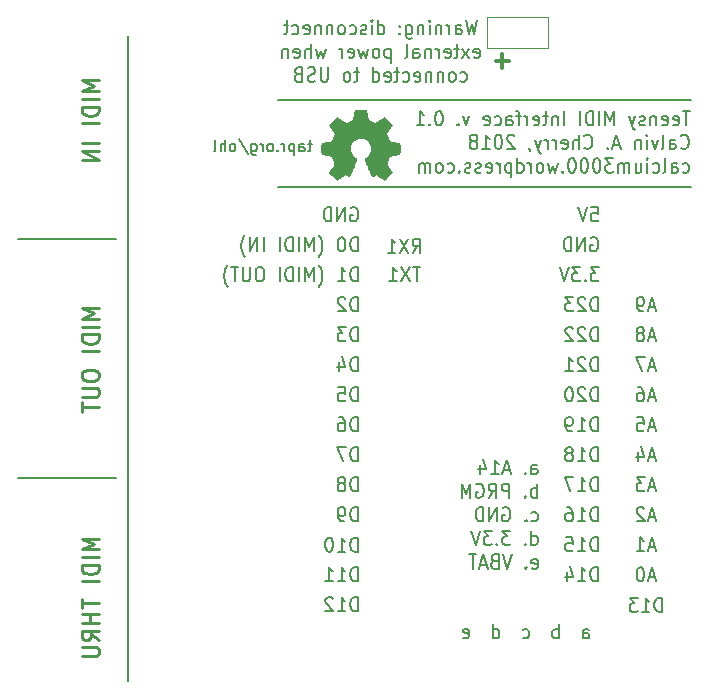
<source format=gbo>
G04 #@! TF.FileFunction,Legend,Bot*
%FSLAX46Y46*%
G04 Gerber Fmt 4.6, Leading zero omitted, Abs format (unit mm)*
G04 Created by KiCad (PCBNEW 4.0.4-stable) date Thursday, April 12, 2018 'PMt' 12:11:18 PM*
%MOMM*%
%LPD*%
G01*
G04 APERTURE LIST*
%ADD10C,0.100000*%
%ADD11C,0.200000*%
%ADD12C,0.150000*%
%ADD13C,0.300000*%
%ADD14C,0.250000*%
%ADD15C,0.010000*%
%ADD16C,0.120000*%
G04 APERTURE END LIST*
D10*
D11*
X105495714Y-101942857D02*
X105495714Y-100742857D01*
X105233809Y-100742857D01*
X105076667Y-100800000D01*
X104971905Y-100914286D01*
X104919524Y-101028571D01*
X104867143Y-101257143D01*
X104867143Y-101428571D01*
X104919524Y-101657143D01*
X104971905Y-101771429D01*
X105076667Y-101885714D01*
X105233809Y-101942857D01*
X105495714Y-101942857D01*
X103819524Y-101942857D02*
X104448095Y-101942857D01*
X104133809Y-101942857D02*
X104133809Y-100742857D01*
X104238571Y-100914286D01*
X104343333Y-101028571D01*
X104448095Y-101085714D01*
X103452857Y-100742857D02*
X102771905Y-100742857D01*
X103138571Y-101200000D01*
X102981429Y-101200000D01*
X102876667Y-101257143D01*
X102824286Y-101314286D01*
X102771905Y-101428571D01*
X102771905Y-101714286D01*
X102824286Y-101828571D01*
X102876667Y-101885714D01*
X102981429Y-101942857D01*
X103295714Y-101942857D01*
X103400476Y-101885714D01*
X103452857Y-101828571D01*
X59300000Y-70400000D02*
X51000000Y-70400000D01*
X59300000Y-90600000D02*
X51000000Y-90600000D01*
X60300000Y-53200000D02*
X60300000Y-107800000D01*
D12*
X75870168Y-62285714D02*
X75520834Y-62285714D01*
X75739168Y-61952381D02*
X75739168Y-62809524D01*
X75695501Y-62904762D01*
X75608168Y-62952381D01*
X75520834Y-62952381D01*
X74822168Y-62952381D02*
X74822168Y-62428571D01*
X74865834Y-62333333D01*
X74953168Y-62285714D01*
X75127834Y-62285714D01*
X75215168Y-62333333D01*
X74822168Y-62904762D02*
X74909501Y-62952381D01*
X75127834Y-62952381D01*
X75215168Y-62904762D01*
X75258834Y-62809524D01*
X75258834Y-62714286D01*
X75215168Y-62619048D01*
X75127834Y-62571429D01*
X74909501Y-62571429D01*
X74822168Y-62523810D01*
X74385501Y-62285714D02*
X74385501Y-63285714D01*
X74385501Y-62333333D02*
X74298167Y-62285714D01*
X74123501Y-62285714D01*
X74036167Y-62333333D01*
X73992501Y-62380952D01*
X73948834Y-62476190D01*
X73948834Y-62761905D01*
X73992501Y-62857143D01*
X74036167Y-62904762D01*
X74123501Y-62952381D01*
X74298167Y-62952381D01*
X74385501Y-62904762D01*
X73555834Y-62952381D02*
X73555834Y-62285714D01*
X73555834Y-62476190D02*
X73512167Y-62380952D01*
X73468500Y-62333333D01*
X73381167Y-62285714D01*
X73293834Y-62285714D01*
X72988167Y-62857143D02*
X72944500Y-62904762D01*
X72988167Y-62952381D01*
X73031833Y-62904762D01*
X72988167Y-62857143D01*
X72988167Y-62952381D01*
X72420500Y-62952381D02*
X72507833Y-62904762D01*
X72551500Y-62857143D01*
X72595166Y-62761905D01*
X72595166Y-62476190D01*
X72551500Y-62380952D01*
X72507833Y-62333333D01*
X72420500Y-62285714D01*
X72289500Y-62285714D01*
X72202166Y-62333333D01*
X72158500Y-62380952D01*
X72114833Y-62476190D01*
X72114833Y-62761905D01*
X72158500Y-62857143D01*
X72202166Y-62904762D01*
X72289500Y-62952381D01*
X72420500Y-62952381D01*
X71721833Y-62952381D02*
X71721833Y-62285714D01*
X71721833Y-62476190D02*
X71678166Y-62380952D01*
X71634499Y-62333333D01*
X71547166Y-62285714D01*
X71459833Y-62285714D01*
X70761166Y-62285714D02*
X70761166Y-63095238D01*
X70804832Y-63190476D01*
X70848499Y-63238095D01*
X70935832Y-63285714D01*
X71066832Y-63285714D01*
X71154166Y-63238095D01*
X70761166Y-62904762D02*
X70848499Y-62952381D01*
X71023166Y-62952381D01*
X71110499Y-62904762D01*
X71154166Y-62857143D01*
X71197832Y-62761905D01*
X71197832Y-62476190D01*
X71154166Y-62380952D01*
X71110499Y-62333333D01*
X71023166Y-62285714D01*
X70848499Y-62285714D01*
X70761166Y-62333333D01*
X69669499Y-61904762D02*
X70455499Y-63190476D01*
X69232832Y-62952381D02*
X69320165Y-62904762D01*
X69363832Y-62857143D01*
X69407498Y-62761905D01*
X69407498Y-62476190D01*
X69363832Y-62380952D01*
X69320165Y-62333333D01*
X69232832Y-62285714D01*
X69101832Y-62285714D01*
X69014498Y-62333333D01*
X68970832Y-62380952D01*
X68927165Y-62476190D01*
X68927165Y-62761905D01*
X68970832Y-62857143D01*
X69014498Y-62904762D01*
X69101832Y-62952381D01*
X69232832Y-62952381D01*
X68534165Y-62952381D02*
X68534165Y-61952381D01*
X68141165Y-62952381D02*
X68141165Y-62428571D01*
X68184831Y-62333333D01*
X68272165Y-62285714D01*
X68403165Y-62285714D01*
X68490498Y-62333333D01*
X68534165Y-62380952D01*
X67573498Y-62952381D02*
X67660831Y-62904762D01*
X67704498Y-62809524D01*
X67704498Y-61952381D01*
D13*
X92523809Y-55307143D02*
X91476190Y-55307143D01*
X92000000Y-55878571D02*
X92000000Y-54735714D01*
D11*
X108000000Y-66000000D02*
X73000000Y-66000000D01*
X100068095Y-86642857D02*
X100068095Y-85442857D01*
X99806190Y-85442857D01*
X99649048Y-85500000D01*
X99544286Y-85614286D01*
X99491905Y-85728571D01*
X99439524Y-85957143D01*
X99439524Y-86128571D01*
X99491905Y-86357143D01*
X99544286Y-86471429D01*
X99649048Y-86585714D01*
X99806190Y-86642857D01*
X100068095Y-86642857D01*
X98391905Y-86642857D02*
X99020476Y-86642857D01*
X98706190Y-86642857D02*
X98706190Y-85442857D01*
X98810952Y-85614286D01*
X98915714Y-85728571D01*
X99020476Y-85785714D01*
X97868095Y-86642857D02*
X97658571Y-86642857D01*
X97553810Y-86585714D01*
X97501429Y-86528571D01*
X97396667Y-86357143D01*
X97344286Y-86128571D01*
X97344286Y-85671429D01*
X97396667Y-85557143D01*
X97449048Y-85500000D01*
X97553810Y-85442857D01*
X97763333Y-85442857D01*
X97868095Y-85500000D01*
X97920476Y-85557143D01*
X97972857Y-85671429D01*
X97972857Y-85957143D01*
X97920476Y-86071429D01*
X97868095Y-86128571D01*
X97763333Y-86185714D01*
X97553810Y-86185714D01*
X97449048Y-86128571D01*
X97396667Y-86071429D01*
X97344286Y-85957143D01*
X100068095Y-84108857D02*
X100068095Y-82908857D01*
X99806190Y-82908857D01*
X99649048Y-82966000D01*
X99544286Y-83080286D01*
X99491905Y-83194571D01*
X99439524Y-83423143D01*
X99439524Y-83594571D01*
X99491905Y-83823143D01*
X99544286Y-83937429D01*
X99649048Y-84051714D01*
X99806190Y-84108857D01*
X100068095Y-84108857D01*
X99020476Y-83023143D02*
X98968095Y-82966000D01*
X98863333Y-82908857D01*
X98601429Y-82908857D01*
X98496667Y-82966000D01*
X98444286Y-83023143D01*
X98391905Y-83137429D01*
X98391905Y-83251714D01*
X98444286Y-83423143D01*
X99072857Y-84108857D01*
X98391905Y-84108857D01*
X97710952Y-82908857D02*
X97606191Y-82908857D01*
X97501429Y-82966000D01*
X97449048Y-83023143D01*
X97396667Y-83137429D01*
X97344286Y-83366000D01*
X97344286Y-83651714D01*
X97396667Y-83880286D01*
X97449048Y-83994571D01*
X97501429Y-84051714D01*
X97606191Y-84108857D01*
X97710952Y-84108857D01*
X97815714Y-84051714D01*
X97868095Y-83994571D01*
X97920476Y-83880286D01*
X97972857Y-83651714D01*
X97972857Y-83366000D01*
X97920476Y-83137429D01*
X97868095Y-83023143D01*
X97815714Y-82966000D01*
X97710952Y-82908857D01*
X100068095Y-81568857D02*
X100068095Y-80368857D01*
X99806190Y-80368857D01*
X99649048Y-80426000D01*
X99544286Y-80540286D01*
X99491905Y-80654571D01*
X99439524Y-80883143D01*
X99439524Y-81054571D01*
X99491905Y-81283143D01*
X99544286Y-81397429D01*
X99649048Y-81511714D01*
X99806190Y-81568857D01*
X100068095Y-81568857D01*
X99020476Y-80483143D02*
X98968095Y-80426000D01*
X98863333Y-80368857D01*
X98601429Y-80368857D01*
X98496667Y-80426000D01*
X98444286Y-80483143D01*
X98391905Y-80597429D01*
X98391905Y-80711714D01*
X98444286Y-80883143D01*
X99072857Y-81568857D01*
X98391905Y-81568857D01*
X97344286Y-81568857D02*
X97972857Y-81568857D01*
X97658571Y-81568857D02*
X97658571Y-80368857D01*
X97763333Y-80540286D01*
X97868095Y-80654571D01*
X97972857Y-80711714D01*
X100068095Y-79028857D02*
X100068095Y-77828857D01*
X99806190Y-77828857D01*
X99649048Y-77886000D01*
X99544286Y-78000286D01*
X99491905Y-78114571D01*
X99439524Y-78343143D01*
X99439524Y-78514571D01*
X99491905Y-78743143D01*
X99544286Y-78857429D01*
X99649048Y-78971714D01*
X99806190Y-79028857D01*
X100068095Y-79028857D01*
X99020476Y-77943143D02*
X98968095Y-77886000D01*
X98863333Y-77828857D01*
X98601429Y-77828857D01*
X98496667Y-77886000D01*
X98444286Y-77943143D01*
X98391905Y-78057429D01*
X98391905Y-78171714D01*
X98444286Y-78343143D01*
X99072857Y-79028857D01*
X98391905Y-79028857D01*
X97972857Y-77943143D02*
X97920476Y-77886000D01*
X97815714Y-77828857D01*
X97553810Y-77828857D01*
X97449048Y-77886000D01*
X97396667Y-77943143D01*
X97344286Y-78057429D01*
X97344286Y-78171714D01*
X97396667Y-78343143D01*
X98025238Y-79028857D01*
X97344286Y-79028857D01*
X100068095Y-76488857D02*
X100068095Y-75288857D01*
X99806190Y-75288857D01*
X99649048Y-75346000D01*
X99544286Y-75460286D01*
X99491905Y-75574571D01*
X99439524Y-75803143D01*
X99439524Y-75974571D01*
X99491905Y-76203143D01*
X99544286Y-76317429D01*
X99649048Y-76431714D01*
X99806190Y-76488857D01*
X100068095Y-76488857D01*
X99020476Y-75403143D02*
X98968095Y-75346000D01*
X98863333Y-75288857D01*
X98601429Y-75288857D01*
X98496667Y-75346000D01*
X98444286Y-75403143D01*
X98391905Y-75517429D01*
X98391905Y-75631714D01*
X98444286Y-75803143D01*
X99072857Y-76488857D01*
X98391905Y-76488857D01*
X98025238Y-75288857D02*
X97344286Y-75288857D01*
X97710952Y-75746000D01*
X97553810Y-75746000D01*
X97449048Y-75803143D01*
X97396667Y-75860286D01*
X97344286Y-75974571D01*
X97344286Y-76260286D01*
X97396667Y-76374571D01*
X97449048Y-76431714D01*
X97553810Y-76488857D01*
X97868095Y-76488857D01*
X97972857Y-76431714D01*
X98025238Y-76374571D01*
X100068095Y-89188857D02*
X100068095Y-87988857D01*
X99806190Y-87988857D01*
X99649048Y-88046000D01*
X99544286Y-88160286D01*
X99491905Y-88274571D01*
X99439524Y-88503143D01*
X99439524Y-88674571D01*
X99491905Y-88903143D01*
X99544286Y-89017429D01*
X99649048Y-89131714D01*
X99806190Y-89188857D01*
X100068095Y-89188857D01*
X98391905Y-89188857D02*
X99020476Y-89188857D01*
X98706190Y-89188857D02*
X98706190Y-87988857D01*
X98810952Y-88160286D01*
X98915714Y-88274571D01*
X99020476Y-88331714D01*
X97763333Y-88503143D02*
X97868095Y-88446000D01*
X97920476Y-88388857D01*
X97972857Y-88274571D01*
X97972857Y-88217429D01*
X97920476Y-88103143D01*
X97868095Y-88046000D01*
X97763333Y-87988857D01*
X97553810Y-87988857D01*
X97449048Y-88046000D01*
X97396667Y-88103143D01*
X97344286Y-88217429D01*
X97344286Y-88274571D01*
X97396667Y-88388857D01*
X97449048Y-88446000D01*
X97553810Y-88503143D01*
X97763333Y-88503143D01*
X97868095Y-88560286D01*
X97920476Y-88617429D01*
X97972857Y-88731714D01*
X97972857Y-88960286D01*
X97920476Y-89074571D01*
X97868095Y-89131714D01*
X97763333Y-89188857D01*
X97553810Y-89188857D01*
X97449048Y-89131714D01*
X97396667Y-89074571D01*
X97344286Y-88960286D01*
X97344286Y-88731714D01*
X97396667Y-88617429D01*
X97449048Y-88560286D01*
X97553810Y-88503143D01*
X100068095Y-91728857D02*
X100068095Y-90528857D01*
X99806190Y-90528857D01*
X99649048Y-90586000D01*
X99544286Y-90700286D01*
X99491905Y-90814571D01*
X99439524Y-91043143D01*
X99439524Y-91214571D01*
X99491905Y-91443143D01*
X99544286Y-91557429D01*
X99649048Y-91671714D01*
X99806190Y-91728857D01*
X100068095Y-91728857D01*
X98391905Y-91728857D02*
X99020476Y-91728857D01*
X98706190Y-91728857D02*
X98706190Y-90528857D01*
X98810952Y-90700286D01*
X98915714Y-90814571D01*
X99020476Y-90871714D01*
X98025238Y-90528857D02*
X97291905Y-90528857D01*
X97763333Y-91728857D01*
X100068095Y-94268857D02*
X100068095Y-93068857D01*
X99806190Y-93068857D01*
X99649048Y-93126000D01*
X99544286Y-93240286D01*
X99491905Y-93354571D01*
X99439524Y-93583143D01*
X99439524Y-93754571D01*
X99491905Y-93983143D01*
X99544286Y-94097429D01*
X99649048Y-94211714D01*
X99806190Y-94268857D01*
X100068095Y-94268857D01*
X98391905Y-94268857D02*
X99020476Y-94268857D01*
X98706190Y-94268857D02*
X98706190Y-93068857D01*
X98810952Y-93240286D01*
X98915714Y-93354571D01*
X99020476Y-93411714D01*
X97449048Y-93068857D02*
X97658571Y-93068857D01*
X97763333Y-93126000D01*
X97815714Y-93183143D01*
X97920476Y-93354571D01*
X97972857Y-93583143D01*
X97972857Y-94040286D01*
X97920476Y-94154571D01*
X97868095Y-94211714D01*
X97763333Y-94268857D01*
X97553810Y-94268857D01*
X97449048Y-94211714D01*
X97396667Y-94154571D01*
X97344286Y-94040286D01*
X97344286Y-93754571D01*
X97396667Y-93640286D01*
X97449048Y-93583143D01*
X97553810Y-93526000D01*
X97763333Y-93526000D01*
X97868095Y-93583143D01*
X97920476Y-93640286D01*
X97972857Y-93754571D01*
X100068095Y-96808857D02*
X100068095Y-95608857D01*
X99806190Y-95608857D01*
X99649048Y-95666000D01*
X99544286Y-95780286D01*
X99491905Y-95894571D01*
X99439524Y-96123143D01*
X99439524Y-96294571D01*
X99491905Y-96523143D01*
X99544286Y-96637429D01*
X99649048Y-96751714D01*
X99806190Y-96808857D01*
X100068095Y-96808857D01*
X98391905Y-96808857D02*
X99020476Y-96808857D01*
X98706190Y-96808857D02*
X98706190Y-95608857D01*
X98810952Y-95780286D01*
X98915714Y-95894571D01*
X99020476Y-95951714D01*
X97396667Y-95608857D02*
X97920476Y-95608857D01*
X97972857Y-96180286D01*
X97920476Y-96123143D01*
X97815714Y-96066000D01*
X97553810Y-96066000D01*
X97449048Y-96123143D01*
X97396667Y-96180286D01*
X97344286Y-96294571D01*
X97344286Y-96580286D01*
X97396667Y-96694571D01*
X97449048Y-96751714D01*
X97553810Y-96808857D01*
X97815714Y-96808857D01*
X97920476Y-96751714D01*
X97972857Y-96694571D01*
X100068095Y-99342857D02*
X100068095Y-98142857D01*
X99806190Y-98142857D01*
X99649048Y-98200000D01*
X99544286Y-98314286D01*
X99491905Y-98428571D01*
X99439524Y-98657143D01*
X99439524Y-98828571D01*
X99491905Y-99057143D01*
X99544286Y-99171429D01*
X99649048Y-99285714D01*
X99806190Y-99342857D01*
X100068095Y-99342857D01*
X98391905Y-99342857D02*
X99020476Y-99342857D01*
X98706190Y-99342857D02*
X98706190Y-98142857D01*
X98810952Y-98314286D01*
X98915714Y-98428571D01*
X99020476Y-98485714D01*
X97449048Y-98542857D02*
X97449048Y-99342857D01*
X97710952Y-98085714D02*
X97972857Y-98942857D01*
X97291905Y-98942857D01*
X108000000Y-58600000D02*
X73000000Y-58600000D01*
X85061904Y-72748857D02*
X84433333Y-72748857D01*
X84747618Y-73948857D02*
X84747618Y-72748857D01*
X84171428Y-72748857D02*
X83438095Y-73948857D01*
X83438095Y-72748857D02*
X84171428Y-73948857D01*
X82442857Y-73948857D02*
X83071428Y-73948857D01*
X82757142Y-73948857D02*
X82757142Y-72748857D01*
X82861904Y-72920286D01*
X82966666Y-73034571D01*
X83071428Y-73091714D01*
X84407143Y-71542857D02*
X84773809Y-70971429D01*
X85035714Y-71542857D02*
X85035714Y-70342857D01*
X84616667Y-70342857D01*
X84511905Y-70400000D01*
X84459524Y-70457143D01*
X84407143Y-70571429D01*
X84407143Y-70742857D01*
X84459524Y-70857143D01*
X84511905Y-70914286D01*
X84616667Y-70971429D01*
X85035714Y-70971429D01*
X84040476Y-70342857D02*
X83307143Y-71542857D01*
X83307143Y-70342857D02*
X84040476Y-71542857D01*
X82311905Y-71542857D02*
X82940476Y-71542857D01*
X82626190Y-71542857D02*
X82626190Y-70342857D01*
X82730952Y-70514286D01*
X82835714Y-70628571D01*
X82940476Y-70685714D01*
X89871428Y-51842857D02*
X89609523Y-53042857D01*
X89400000Y-52185714D01*
X89190476Y-53042857D01*
X88928571Y-51842857D01*
X88038095Y-53042857D02*
X88038095Y-52414286D01*
X88090476Y-52300000D01*
X88195238Y-52242857D01*
X88404761Y-52242857D01*
X88509523Y-52300000D01*
X88038095Y-52985714D02*
X88142857Y-53042857D01*
X88404761Y-53042857D01*
X88509523Y-52985714D01*
X88561904Y-52871429D01*
X88561904Y-52757143D01*
X88509523Y-52642857D01*
X88404761Y-52585714D01*
X88142857Y-52585714D01*
X88038095Y-52528571D01*
X87514285Y-53042857D02*
X87514285Y-52242857D01*
X87514285Y-52471429D02*
X87461904Y-52357143D01*
X87409523Y-52300000D01*
X87304761Y-52242857D01*
X87200000Y-52242857D01*
X86833333Y-52242857D02*
X86833333Y-53042857D01*
X86833333Y-52357143D02*
X86780952Y-52300000D01*
X86676190Y-52242857D01*
X86519048Y-52242857D01*
X86414286Y-52300000D01*
X86361905Y-52414286D01*
X86361905Y-53042857D01*
X85838095Y-53042857D02*
X85838095Y-52242857D01*
X85838095Y-51842857D02*
X85890476Y-51900000D01*
X85838095Y-51957143D01*
X85785714Y-51900000D01*
X85838095Y-51842857D01*
X85838095Y-51957143D01*
X85314285Y-52242857D02*
X85314285Y-53042857D01*
X85314285Y-52357143D02*
X85261904Y-52300000D01*
X85157142Y-52242857D01*
X85000000Y-52242857D01*
X84895238Y-52300000D01*
X84842857Y-52414286D01*
X84842857Y-53042857D01*
X83847619Y-52242857D02*
X83847619Y-53214286D01*
X83900000Y-53328571D01*
X83952381Y-53385714D01*
X84057142Y-53442857D01*
X84214285Y-53442857D01*
X84319047Y-53385714D01*
X83847619Y-52985714D02*
X83952381Y-53042857D01*
X84161904Y-53042857D01*
X84266666Y-52985714D01*
X84319047Y-52928571D01*
X84371428Y-52814286D01*
X84371428Y-52471429D01*
X84319047Y-52357143D01*
X84266666Y-52300000D01*
X84161904Y-52242857D01*
X83952381Y-52242857D01*
X83847619Y-52300000D01*
X83323809Y-52928571D02*
X83271428Y-52985714D01*
X83323809Y-53042857D01*
X83376190Y-52985714D01*
X83323809Y-52928571D01*
X83323809Y-53042857D01*
X83323809Y-52300000D02*
X83271428Y-52357143D01*
X83323809Y-52414286D01*
X83376190Y-52357143D01*
X83323809Y-52300000D01*
X83323809Y-52414286D01*
X81490476Y-53042857D02*
X81490476Y-51842857D01*
X81490476Y-52985714D02*
X81595238Y-53042857D01*
X81804761Y-53042857D01*
X81909523Y-52985714D01*
X81961904Y-52928571D01*
X82014285Y-52814286D01*
X82014285Y-52471429D01*
X81961904Y-52357143D01*
X81909523Y-52300000D01*
X81804761Y-52242857D01*
X81595238Y-52242857D01*
X81490476Y-52300000D01*
X80966666Y-53042857D02*
X80966666Y-52242857D01*
X80966666Y-51842857D02*
X81019047Y-51900000D01*
X80966666Y-51957143D01*
X80914285Y-51900000D01*
X80966666Y-51842857D01*
X80966666Y-51957143D01*
X80495237Y-52985714D02*
X80390475Y-53042857D01*
X80180951Y-53042857D01*
X80076190Y-52985714D01*
X80023809Y-52871429D01*
X80023809Y-52814286D01*
X80076190Y-52700000D01*
X80180951Y-52642857D01*
X80338094Y-52642857D01*
X80442856Y-52585714D01*
X80495237Y-52471429D01*
X80495237Y-52414286D01*
X80442856Y-52300000D01*
X80338094Y-52242857D01*
X80180951Y-52242857D01*
X80076190Y-52300000D01*
X79080952Y-52985714D02*
X79185714Y-53042857D01*
X79395237Y-53042857D01*
X79499999Y-52985714D01*
X79552380Y-52928571D01*
X79604761Y-52814286D01*
X79604761Y-52471429D01*
X79552380Y-52357143D01*
X79499999Y-52300000D01*
X79395237Y-52242857D01*
X79185714Y-52242857D01*
X79080952Y-52300000D01*
X78452380Y-53042857D02*
X78557142Y-52985714D01*
X78609523Y-52928571D01*
X78661904Y-52814286D01*
X78661904Y-52471429D01*
X78609523Y-52357143D01*
X78557142Y-52300000D01*
X78452380Y-52242857D01*
X78295238Y-52242857D01*
X78190476Y-52300000D01*
X78138095Y-52357143D01*
X78085714Y-52471429D01*
X78085714Y-52814286D01*
X78138095Y-52928571D01*
X78190476Y-52985714D01*
X78295238Y-53042857D01*
X78452380Y-53042857D01*
X77614285Y-52242857D02*
X77614285Y-53042857D01*
X77614285Y-52357143D02*
X77561904Y-52300000D01*
X77457142Y-52242857D01*
X77300000Y-52242857D01*
X77195238Y-52300000D01*
X77142857Y-52414286D01*
X77142857Y-53042857D01*
X76619047Y-52242857D02*
X76619047Y-53042857D01*
X76619047Y-52357143D02*
X76566666Y-52300000D01*
X76461904Y-52242857D01*
X76304762Y-52242857D01*
X76200000Y-52300000D01*
X76147619Y-52414286D01*
X76147619Y-53042857D01*
X75204762Y-52985714D02*
X75309524Y-53042857D01*
X75519047Y-53042857D01*
X75623809Y-52985714D01*
X75676190Y-52871429D01*
X75676190Y-52414286D01*
X75623809Y-52300000D01*
X75519047Y-52242857D01*
X75309524Y-52242857D01*
X75204762Y-52300000D01*
X75152381Y-52414286D01*
X75152381Y-52528571D01*
X75676190Y-52642857D01*
X74209524Y-52985714D02*
X74314286Y-53042857D01*
X74523809Y-53042857D01*
X74628571Y-52985714D01*
X74680952Y-52928571D01*
X74733333Y-52814286D01*
X74733333Y-52471429D01*
X74680952Y-52357143D01*
X74628571Y-52300000D01*
X74523809Y-52242857D01*
X74314286Y-52242857D01*
X74209524Y-52300000D01*
X73895238Y-52242857D02*
X73476190Y-52242857D01*
X73738095Y-51842857D02*
X73738095Y-52871429D01*
X73685714Y-52985714D01*
X73580952Y-53042857D01*
X73476190Y-53042857D01*
X89609522Y-54985714D02*
X89714284Y-55042857D01*
X89923807Y-55042857D01*
X90028569Y-54985714D01*
X90080950Y-54871429D01*
X90080950Y-54414286D01*
X90028569Y-54300000D01*
X89923807Y-54242857D01*
X89714284Y-54242857D01*
X89609522Y-54300000D01*
X89557141Y-54414286D01*
X89557141Y-54528571D01*
X90080950Y-54642857D01*
X89190474Y-55042857D02*
X88614284Y-54242857D01*
X89190474Y-54242857D02*
X88614284Y-55042857D01*
X88352379Y-54242857D02*
X87933331Y-54242857D01*
X88195236Y-53842857D02*
X88195236Y-54871429D01*
X88142855Y-54985714D01*
X88038093Y-55042857D01*
X87933331Y-55042857D01*
X87147618Y-54985714D02*
X87252380Y-55042857D01*
X87461903Y-55042857D01*
X87566665Y-54985714D01*
X87619046Y-54871429D01*
X87619046Y-54414286D01*
X87566665Y-54300000D01*
X87461903Y-54242857D01*
X87252380Y-54242857D01*
X87147618Y-54300000D01*
X87095237Y-54414286D01*
X87095237Y-54528571D01*
X87619046Y-54642857D01*
X86623808Y-55042857D02*
X86623808Y-54242857D01*
X86623808Y-54471429D02*
X86571427Y-54357143D01*
X86519046Y-54300000D01*
X86414284Y-54242857D01*
X86309523Y-54242857D01*
X85942856Y-54242857D02*
X85942856Y-55042857D01*
X85942856Y-54357143D02*
X85890475Y-54300000D01*
X85785713Y-54242857D01*
X85628571Y-54242857D01*
X85523809Y-54300000D01*
X85471428Y-54414286D01*
X85471428Y-55042857D01*
X84476190Y-55042857D02*
X84476190Y-54414286D01*
X84528571Y-54300000D01*
X84633333Y-54242857D01*
X84842856Y-54242857D01*
X84947618Y-54300000D01*
X84476190Y-54985714D02*
X84580952Y-55042857D01*
X84842856Y-55042857D01*
X84947618Y-54985714D01*
X84999999Y-54871429D01*
X84999999Y-54757143D01*
X84947618Y-54642857D01*
X84842856Y-54585714D01*
X84580952Y-54585714D01*
X84476190Y-54528571D01*
X83795237Y-55042857D02*
X83899999Y-54985714D01*
X83952380Y-54871429D01*
X83952380Y-53842857D01*
X82538095Y-54242857D02*
X82538095Y-55442857D01*
X82538095Y-54300000D02*
X82433333Y-54242857D01*
X82223810Y-54242857D01*
X82119048Y-54300000D01*
X82066667Y-54357143D01*
X82014286Y-54471429D01*
X82014286Y-54814286D01*
X82066667Y-54928571D01*
X82119048Y-54985714D01*
X82223810Y-55042857D01*
X82433333Y-55042857D01*
X82538095Y-54985714D01*
X81385714Y-55042857D02*
X81490476Y-54985714D01*
X81542857Y-54928571D01*
X81595238Y-54814286D01*
X81595238Y-54471429D01*
X81542857Y-54357143D01*
X81490476Y-54300000D01*
X81385714Y-54242857D01*
X81228572Y-54242857D01*
X81123810Y-54300000D01*
X81071429Y-54357143D01*
X81019048Y-54471429D01*
X81019048Y-54814286D01*
X81071429Y-54928571D01*
X81123810Y-54985714D01*
X81228572Y-55042857D01*
X81385714Y-55042857D01*
X80652381Y-54242857D02*
X80442857Y-55042857D01*
X80233334Y-54471429D01*
X80023810Y-55042857D01*
X79814286Y-54242857D01*
X78976191Y-54985714D02*
X79080953Y-55042857D01*
X79290476Y-55042857D01*
X79395238Y-54985714D01*
X79447619Y-54871429D01*
X79447619Y-54414286D01*
X79395238Y-54300000D01*
X79290476Y-54242857D01*
X79080953Y-54242857D01*
X78976191Y-54300000D01*
X78923810Y-54414286D01*
X78923810Y-54528571D01*
X79447619Y-54642857D01*
X78452381Y-55042857D02*
X78452381Y-54242857D01*
X78452381Y-54471429D02*
X78400000Y-54357143D01*
X78347619Y-54300000D01*
X78242857Y-54242857D01*
X78138096Y-54242857D01*
X77038096Y-54242857D02*
X76828572Y-55042857D01*
X76619049Y-54471429D01*
X76409525Y-55042857D01*
X76200001Y-54242857D01*
X75780953Y-55042857D02*
X75780953Y-53842857D01*
X75309525Y-55042857D02*
X75309525Y-54414286D01*
X75361906Y-54300000D01*
X75466668Y-54242857D01*
X75623810Y-54242857D01*
X75728572Y-54300000D01*
X75780953Y-54357143D01*
X74366668Y-54985714D02*
X74471430Y-55042857D01*
X74680953Y-55042857D01*
X74785715Y-54985714D01*
X74838096Y-54871429D01*
X74838096Y-54414286D01*
X74785715Y-54300000D01*
X74680953Y-54242857D01*
X74471430Y-54242857D01*
X74366668Y-54300000D01*
X74314287Y-54414286D01*
X74314287Y-54528571D01*
X74838096Y-54642857D01*
X73842858Y-54242857D02*
X73842858Y-55042857D01*
X73842858Y-54357143D02*
X73790477Y-54300000D01*
X73685715Y-54242857D01*
X73528573Y-54242857D01*
X73423811Y-54300000D01*
X73371430Y-54414286D01*
X73371430Y-55042857D01*
X88457142Y-56985714D02*
X88561904Y-57042857D01*
X88771427Y-57042857D01*
X88876189Y-56985714D01*
X88928570Y-56928571D01*
X88980951Y-56814286D01*
X88980951Y-56471429D01*
X88928570Y-56357143D01*
X88876189Y-56300000D01*
X88771427Y-56242857D01*
X88561904Y-56242857D01*
X88457142Y-56300000D01*
X87828570Y-57042857D02*
X87933332Y-56985714D01*
X87985713Y-56928571D01*
X88038094Y-56814286D01*
X88038094Y-56471429D01*
X87985713Y-56357143D01*
X87933332Y-56300000D01*
X87828570Y-56242857D01*
X87671428Y-56242857D01*
X87566666Y-56300000D01*
X87514285Y-56357143D01*
X87461904Y-56471429D01*
X87461904Y-56814286D01*
X87514285Y-56928571D01*
X87566666Y-56985714D01*
X87671428Y-57042857D01*
X87828570Y-57042857D01*
X86990475Y-56242857D02*
X86990475Y-57042857D01*
X86990475Y-56357143D02*
X86938094Y-56300000D01*
X86833332Y-56242857D01*
X86676190Y-56242857D01*
X86571428Y-56300000D01*
X86519047Y-56414286D01*
X86519047Y-57042857D01*
X85995237Y-56242857D02*
X85995237Y-57042857D01*
X85995237Y-56357143D02*
X85942856Y-56300000D01*
X85838094Y-56242857D01*
X85680952Y-56242857D01*
X85576190Y-56300000D01*
X85523809Y-56414286D01*
X85523809Y-57042857D01*
X84580952Y-56985714D02*
X84685714Y-57042857D01*
X84895237Y-57042857D01*
X84999999Y-56985714D01*
X85052380Y-56871429D01*
X85052380Y-56414286D01*
X84999999Y-56300000D01*
X84895237Y-56242857D01*
X84685714Y-56242857D01*
X84580952Y-56300000D01*
X84528571Y-56414286D01*
X84528571Y-56528571D01*
X85052380Y-56642857D01*
X83585714Y-56985714D02*
X83690476Y-57042857D01*
X83899999Y-57042857D01*
X84004761Y-56985714D01*
X84057142Y-56928571D01*
X84109523Y-56814286D01*
X84109523Y-56471429D01*
X84057142Y-56357143D01*
X84004761Y-56300000D01*
X83899999Y-56242857D01*
X83690476Y-56242857D01*
X83585714Y-56300000D01*
X83271428Y-56242857D02*
X82852380Y-56242857D01*
X83114285Y-55842857D02*
X83114285Y-56871429D01*
X83061904Y-56985714D01*
X82957142Y-57042857D01*
X82852380Y-57042857D01*
X82066667Y-56985714D02*
X82171429Y-57042857D01*
X82380952Y-57042857D01*
X82485714Y-56985714D01*
X82538095Y-56871429D01*
X82538095Y-56414286D01*
X82485714Y-56300000D01*
X82380952Y-56242857D01*
X82171429Y-56242857D01*
X82066667Y-56300000D01*
X82014286Y-56414286D01*
X82014286Y-56528571D01*
X82538095Y-56642857D01*
X81071429Y-57042857D02*
X81071429Y-55842857D01*
X81071429Y-56985714D02*
X81176191Y-57042857D01*
X81385714Y-57042857D01*
X81490476Y-56985714D01*
X81542857Y-56928571D01*
X81595238Y-56814286D01*
X81595238Y-56471429D01*
X81542857Y-56357143D01*
X81490476Y-56300000D01*
X81385714Y-56242857D01*
X81176191Y-56242857D01*
X81071429Y-56300000D01*
X79866667Y-56242857D02*
X79447619Y-56242857D01*
X79709524Y-55842857D02*
X79709524Y-56871429D01*
X79657143Y-56985714D01*
X79552381Y-57042857D01*
X79447619Y-57042857D01*
X78923810Y-57042857D02*
X79028572Y-56985714D01*
X79080953Y-56928571D01*
X79133334Y-56814286D01*
X79133334Y-56471429D01*
X79080953Y-56357143D01*
X79028572Y-56300000D01*
X78923810Y-56242857D01*
X78766668Y-56242857D01*
X78661906Y-56300000D01*
X78609525Y-56357143D01*
X78557144Y-56471429D01*
X78557144Y-56814286D01*
X78609525Y-56928571D01*
X78661906Y-56985714D01*
X78766668Y-57042857D01*
X78923810Y-57042857D01*
X77247620Y-55842857D02*
X77247620Y-56814286D01*
X77195239Y-56928571D01*
X77142858Y-56985714D01*
X77038096Y-57042857D01*
X76828573Y-57042857D01*
X76723811Y-56985714D01*
X76671430Y-56928571D01*
X76619049Y-56814286D01*
X76619049Y-55842857D01*
X76147620Y-56985714D02*
X75990477Y-57042857D01*
X75728573Y-57042857D01*
X75623811Y-56985714D01*
X75571430Y-56928571D01*
X75519049Y-56814286D01*
X75519049Y-56700000D01*
X75571430Y-56585714D01*
X75623811Y-56528571D01*
X75728573Y-56471429D01*
X75938096Y-56414286D01*
X76042858Y-56357143D01*
X76095239Y-56300000D01*
X76147620Y-56185714D01*
X76147620Y-56071429D01*
X76095239Y-55957143D01*
X76042858Y-55900000D01*
X75938096Y-55842857D01*
X75676192Y-55842857D01*
X75519049Y-55900000D01*
X74680954Y-56414286D02*
X74523811Y-56471429D01*
X74471430Y-56528571D01*
X74419049Y-56642857D01*
X74419049Y-56814286D01*
X74471430Y-56928571D01*
X74523811Y-56985714D01*
X74628573Y-57042857D01*
X75047620Y-57042857D01*
X75047620Y-55842857D01*
X74680954Y-55842857D01*
X74576192Y-55900000D01*
X74523811Y-55957143D01*
X74471430Y-56071429D01*
X74471430Y-56185714D01*
X74523811Y-56300000D01*
X74576192Y-56357143D01*
X74680954Y-56414286D01*
X75047620Y-56414286D01*
X107895238Y-59542857D02*
X107266667Y-59542857D01*
X107580952Y-60742857D02*
X107580952Y-59542857D01*
X106480953Y-60685714D02*
X106585715Y-60742857D01*
X106795238Y-60742857D01*
X106900000Y-60685714D01*
X106952381Y-60571429D01*
X106952381Y-60114286D01*
X106900000Y-60000000D01*
X106795238Y-59942857D01*
X106585715Y-59942857D01*
X106480953Y-60000000D01*
X106428572Y-60114286D01*
X106428572Y-60228571D01*
X106952381Y-60342857D01*
X105538096Y-60685714D02*
X105642858Y-60742857D01*
X105852381Y-60742857D01*
X105957143Y-60685714D01*
X106009524Y-60571429D01*
X106009524Y-60114286D01*
X105957143Y-60000000D01*
X105852381Y-59942857D01*
X105642858Y-59942857D01*
X105538096Y-60000000D01*
X105485715Y-60114286D01*
X105485715Y-60228571D01*
X106009524Y-60342857D01*
X105014286Y-59942857D02*
X105014286Y-60742857D01*
X105014286Y-60057143D02*
X104961905Y-60000000D01*
X104857143Y-59942857D01*
X104700001Y-59942857D01*
X104595239Y-60000000D01*
X104542858Y-60114286D01*
X104542858Y-60742857D01*
X104071429Y-60685714D02*
X103966667Y-60742857D01*
X103757143Y-60742857D01*
X103652382Y-60685714D01*
X103600001Y-60571429D01*
X103600001Y-60514286D01*
X103652382Y-60400000D01*
X103757143Y-60342857D01*
X103914286Y-60342857D01*
X104019048Y-60285714D01*
X104071429Y-60171429D01*
X104071429Y-60114286D01*
X104019048Y-60000000D01*
X103914286Y-59942857D01*
X103757143Y-59942857D01*
X103652382Y-60000000D01*
X103233334Y-59942857D02*
X102971429Y-60742857D01*
X102709525Y-59942857D02*
X102971429Y-60742857D01*
X103076191Y-61028571D01*
X103128572Y-61085714D01*
X103233334Y-61142857D01*
X101452382Y-60742857D02*
X101452382Y-59542857D01*
X101085716Y-60400000D01*
X100719049Y-59542857D01*
X100719049Y-60742857D01*
X100195239Y-60742857D02*
X100195239Y-59542857D01*
X99671429Y-60742857D02*
X99671429Y-59542857D01*
X99409524Y-59542857D01*
X99252382Y-59600000D01*
X99147620Y-59714286D01*
X99095239Y-59828571D01*
X99042858Y-60057143D01*
X99042858Y-60228571D01*
X99095239Y-60457143D01*
X99147620Y-60571429D01*
X99252382Y-60685714D01*
X99409524Y-60742857D01*
X99671429Y-60742857D01*
X98571429Y-60742857D02*
X98571429Y-59542857D01*
X97209524Y-60742857D02*
X97209524Y-59542857D01*
X96685714Y-59942857D02*
X96685714Y-60742857D01*
X96685714Y-60057143D02*
X96633333Y-60000000D01*
X96528571Y-59942857D01*
X96371429Y-59942857D01*
X96266667Y-60000000D01*
X96214286Y-60114286D01*
X96214286Y-60742857D01*
X95847619Y-59942857D02*
X95428571Y-59942857D01*
X95690476Y-59542857D02*
X95690476Y-60571429D01*
X95638095Y-60685714D01*
X95533333Y-60742857D01*
X95428571Y-60742857D01*
X94642858Y-60685714D02*
X94747620Y-60742857D01*
X94957143Y-60742857D01*
X95061905Y-60685714D01*
X95114286Y-60571429D01*
X95114286Y-60114286D01*
X95061905Y-60000000D01*
X94957143Y-59942857D01*
X94747620Y-59942857D01*
X94642858Y-60000000D01*
X94590477Y-60114286D01*
X94590477Y-60228571D01*
X95114286Y-60342857D01*
X94119048Y-60742857D02*
X94119048Y-59942857D01*
X94119048Y-60171429D02*
X94066667Y-60057143D01*
X94014286Y-60000000D01*
X93909524Y-59942857D01*
X93804763Y-59942857D01*
X93595239Y-59942857D02*
X93176191Y-59942857D01*
X93438096Y-60742857D02*
X93438096Y-59714286D01*
X93385715Y-59600000D01*
X93280953Y-59542857D01*
X93176191Y-59542857D01*
X92338097Y-60742857D02*
X92338097Y-60114286D01*
X92390478Y-60000000D01*
X92495240Y-59942857D01*
X92704763Y-59942857D01*
X92809525Y-60000000D01*
X92338097Y-60685714D02*
X92442859Y-60742857D01*
X92704763Y-60742857D01*
X92809525Y-60685714D01*
X92861906Y-60571429D01*
X92861906Y-60457143D01*
X92809525Y-60342857D01*
X92704763Y-60285714D01*
X92442859Y-60285714D01*
X92338097Y-60228571D01*
X91342859Y-60685714D02*
X91447621Y-60742857D01*
X91657144Y-60742857D01*
X91761906Y-60685714D01*
X91814287Y-60628571D01*
X91866668Y-60514286D01*
X91866668Y-60171429D01*
X91814287Y-60057143D01*
X91761906Y-60000000D01*
X91657144Y-59942857D01*
X91447621Y-59942857D01*
X91342859Y-60000000D01*
X90452383Y-60685714D02*
X90557145Y-60742857D01*
X90766668Y-60742857D01*
X90871430Y-60685714D01*
X90923811Y-60571429D01*
X90923811Y-60114286D01*
X90871430Y-60000000D01*
X90766668Y-59942857D01*
X90557145Y-59942857D01*
X90452383Y-60000000D01*
X90400002Y-60114286D01*
X90400002Y-60228571D01*
X90923811Y-60342857D01*
X89195240Y-59942857D02*
X88933335Y-60742857D01*
X88671431Y-59942857D01*
X88252383Y-60628571D02*
X88200002Y-60685714D01*
X88252383Y-60742857D01*
X88304764Y-60685714D01*
X88252383Y-60628571D01*
X88252383Y-60742857D01*
X86680954Y-59542857D02*
X86576193Y-59542857D01*
X86471431Y-59600000D01*
X86419050Y-59657143D01*
X86366669Y-59771429D01*
X86314288Y-60000000D01*
X86314288Y-60285714D01*
X86366669Y-60514286D01*
X86419050Y-60628571D01*
X86471431Y-60685714D01*
X86576193Y-60742857D01*
X86680954Y-60742857D01*
X86785716Y-60685714D01*
X86838097Y-60628571D01*
X86890478Y-60514286D01*
X86942859Y-60285714D01*
X86942859Y-60000000D01*
X86890478Y-59771429D01*
X86838097Y-59657143D01*
X86785716Y-59600000D01*
X86680954Y-59542857D01*
X85842859Y-60628571D02*
X85790478Y-60685714D01*
X85842859Y-60742857D01*
X85895240Y-60685714D01*
X85842859Y-60628571D01*
X85842859Y-60742857D01*
X84742859Y-60742857D02*
X85371430Y-60742857D01*
X85057144Y-60742857D02*
X85057144Y-59542857D01*
X85161906Y-59714286D01*
X85266668Y-59828571D01*
X85371430Y-59885714D01*
X107109524Y-62628571D02*
X107161905Y-62685714D01*
X107319048Y-62742857D01*
X107423810Y-62742857D01*
X107580952Y-62685714D01*
X107685714Y-62571429D01*
X107738095Y-62457143D01*
X107790476Y-62228571D01*
X107790476Y-62057143D01*
X107738095Y-61828571D01*
X107685714Y-61714286D01*
X107580952Y-61600000D01*
X107423810Y-61542857D01*
X107319048Y-61542857D01*
X107161905Y-61600000D01*
X107109524Y-61657143D01*
X106166667Y-62742857D02*
X106166667Y-62114286D01*
X106219048Y-62000000D01*
X106323810Y-61942857D01*
X106533333Y-61942857D01*
X106638095Y-62000000D01*
X106166667Y-62685714D02*
X106271429Y-62742857D01*
X106533333Y-62742857D01*
X106638095Y-62685714D01*
X106690476Y-62571429D01*
X106690476Y-62457143D01*
X106638095Y-62342857D01*
X106533333Y-62285714D01*
X106271429Y-62285714D01*
X106166667Y-62228571D01*
X105485714Y-62742857D02*
X105590476Y-62685714D01*
X105642857Y-62571429D01*
X105642857Y-61542857D01*
X105171429Y-61942857D02*
X104909524Y-62742857D01*
X104647620Y-61942857D01*
X104228572Y-62742857D02*
X104228572Y-61942857D01*
X104228572Y-61542857D02*
X104280953Y-61600000D01*
X104228572Y-61657143D01*
X104176191Y-61600000D01*
X104228572Y-61542857D01*
X104228572Y-61657143D01*
X103704762Y-61942857D02*
X103704762Y-62742857D01*
X103704762Y-62057143D02*
X103652381Y-62000000D01*
X103547619Y-61942857D01*
X103390477Y-61942857D01*
X103285715Y-62000000D01*
X103233334Y-62114286D01*
X103233334Y-62742857D01*
X101923810Y-62400000D02*
X101400001Y-62400000D01*
X102028572Y-62742857D02*
X101661905Y-61542857D01*
X101295239Y-62742857D01*
X100928572Y-62628571D02*
X100876191Y-62685714D01*
X100928572Y-62742857D01*
X100980953Y-62685714D01*
X100928572Y-62628571D01*
X100928572Y-62742857D01*
X98938096Y-62628571D02*
X98990477Y-62685714D01*
X99147620Y-62742857D01*
X99252382Y-62742857D01*
X99409524Y-62685714D01*
X99514286Y-62571429D01*
X99566667Y-62457143D01*
X99619048Y-62228571D01*
X99619048Y-62057143D01*
X99566667Y-61828571D01*
X99514286Y-61714286D01*
X99409524Y-61600000D01*
X99252382Y-61542857D01*
X99147620Y-61542857D01*
X98990477Y-61600000D01*
X98938096Y-61657143D01*
X98466667Y-62742857D02*
X98466667Y-61542857D01*
X97995239Y-62742857D02*
X97995239Y-62114286D01*
X98047620Y-62000000D01*
X98152382Y-61942857D01*
X98309524Y-61942857D01*
X98414286Y-62000000D01*
X98466667Y-62057143D01*
X97052382Y-62685714D02*
X97157144Y-62742857D01*
X97366667Y-62742857D01*
X97471429Y-62685714D01*
X97523810Y-62571429D01*
X97523810Y-62114286D01*
X97471429Y-62000000D01*
X97366667Y-61942857D01*
X97157144Y-61942857D01*
X97052382Y-62000000D01*
X97000001Y-62114286D01*
X97000001Y-62228571D01*
X97523810Y-62342857D01*
X96528572Y-62742857D02*
X96528572Y-61942857D01*
X96528572Y-62171429D02*
X96476191Y-62057143D01*
X96423810Y-62000000D01*
X96319048Y-61942857D01*
X96214287Y-61942857D01*
X95847620Y-62742857D02*
X95847620Y-61942857D01*
X95847620Y-62171429D02*
X95795239Y-62057143D01*
X95742858Y-62000000D01*
X95638096Y-61942857D01*
X95533335Y-61942857D01*
X95271430Y-61942857D02*
X95009525Y-62742857D01*
X94747621Y-61942857D02*
X95009525Y-62742857D01*
X95114287Y-63028571D01*
X95166668Y-63085714D01*
X95271430Y-63142857D01*
X94276192Y-62685714D02*
X94276192Y-62742857D01*
X94328573Y-62857143D01*
X94380954Y-62914286D01*
X93019049Y-61657143D02*
X92966668Y-61600000D01*
X92861906Y-61542857D01*
X92600002Y-61542857D01*
X92495240Y-61600000D01*
X92442859Y-61657143D01*
X92390478Y-61771429D01*
X92390478Y-61885714D01*
X92442859Y-62057143D01*
X93071430Y-62742857D01*
X92390478Y-62742857D01*
X91709525Y-61542857D02*
X91604764Y-61542857D01*
X91500002Y-61600000D01*
X91447621Y-61657143D01*
X91395240Y-61771429D01*
X91342859Y-62000000D01*
X91342859Y-62285714D01*
X91395240Y-62514286D01*
X91447621Y-62628571D01*
X91500002Y-62685714D01*
X91604764Y-62742857D01*
X91709525Y-62742857D01*
X91814287Y-62685714D01*
X91866668Y-62628571D01*
X91919049Y-62514286D01*
X91971430Y-62285714D01*
X91971430Y-62000000D01*
X91919049Y-61771429D01*
X91866668Y-61657143D01*
X91814287Y-61600000D01*
X91709525Y-61542857D01*
X90295240Y-62742857D02*
X90923811Y-62742857D01*
X90609525Y-62742857D02*
X90609525Y-61542857D01*
X90714287Y-61714286D01*
X90819049Y-61828571D01*
X90923811Y-61885714D01*
X89666668Y-62057143D02*
X89771430Y-62000000D01*
X89823811Y-61942857D01*
X89876192Y-61828571D01*
X89876192Y-61771429D01*
X89823811Y-61657143D01*
X89771430Y-61600000D01*
X89666668Y-61542857D01*
X89457145Y-61542857D01*
X89352383Y-61600000D01*
X89300002Y-61657143D01*
X89247621Y-61771429D01*
X89247621Y-61828571D01*
X89300002Y-61942857D01*
X89352383Y-62000000D01*
X89457145Y-62057143D01*
X89666668Y-62057143D01*
X89771430Y-62114286D01*
X89823811Y-62171429D01*
X89876192Y-62285714D01*
X89876192Y-62514286D01*
X89823811Y-62628571D01*
X89771430Y-62685714D01*
X89666668Y-62742857D01*
X89457145Y-62742857D01*
X89352383Y-62685714D01*
X89300002Y-62628571D01*
X89247621Y-62514286D01*
X89247621Y-62285714D01*
X89300002Y-62171429D01*
X89352383Y-62114286D01*
X89457145Y-62057143D01*
X107266667Y-64685714D02*
X107371429Y-64742857D01*
X107580952Y-64742857D01*
X107685714Y-64685714D01*
X107738095Y-64628571D01*
X107790476Y-64514286D01*
X107790476Y-64171429D01*
X107738095Y-64057143D01*
X107685714Y-64000000D01*
X107580952Y-63942857D01*
X107371429Y-63942857D01*
X107266667Y-64000000D01*
X106323810Y-64742857D02*
X106323810Y-64114286D01*
X106376191Y-64000000D01*
X106480953Y-63942857D01*
X106690476Y-63942857D01*
X106795238Y-64000000D01*
X106323810Y-64685714D02*
X106428572Y-64742857D01*
X106690476Y-64742857D01*
X106795238Y-64685714D01*
X106847619Y-64571429D01*
X106847619Y-64457143D01*
X106795238Y-64342857D01*
X106690476Y-64285714D01*
X106428572Y-64285714D01*
X106323810Y-64228571D01*
X105642857Y-64742857D02*
X105747619Y-64685714D01*
X105800000Y-64571429D01*
X105800000Y-63542857D01*
X104752382Y-64685714D02*
X104857144Y-64742857D01*
X105066667Y-64742857D01*
X105171429Y-64685714D01*
X105223810Y-64628571D01*
X105276191Y-64514286D01*
X105276191Y-64171429D01*
X105223810Y-64057143D01*
X105171429Y-64000000D01*
X105066667Y-63942857D01*
X104857144Y-63942857D01*
X104752382Y-64000000D01*
X104280953Y-64742857D02*
X104280953Y-63942857D01*
X104280953Y-63542857D02*
X104333334Y-63600000D01*
X104280953Y-63657143D01*
X104228572Y-63600000D01*
X104280953Y-63542857D01*
X104280953Y-63657143D01*
X103285715Y-63942857D02*
X103285715Y-64742857D01*
X103757143Y-63942857D02*
X103757143Y-64571429D01*
X103704762Y-64685714D01*
X103600000Y-64742857D01*
X103442858Y-64742857D01*
X103338096Y-64685714D01*
X103285715Y-64628571D01*
X102761905Y-64742857D02*
X102761905Y-63942857D01*
X102761905Y-64057143D02*
X102709524Y-64000000D01*
X102604762Y-63942857D01*
X102447620Y-63942857D01*
X102342858Y-64000000D01*
X102290477Y-64114286D01*
X102290477Y-64742857D01*
X102290477Y-64114286D02*
X102238096Y-64000000D01*
X102133334Y-63942857D01*
X101976191Y-63942857D01*
X101871429Y-64000000D01*
X101819048Y-64114286D01*
X101819048Y-64742857D01*
X101400000Y-63542857D02*
X100719048Y-63542857D01*
X101085714Y-64000000D01*
X100928572Y-64000000D01*
X100823810Y-64057143D01*
X100771429Y-64114286D01*
X100719048Y-64228571D01*
X100719048Y-64514286D01*
X100771429Y-64628571D01*
X100823810Y-64685714D01*
X100928572Y-64742857D01*
X101242857Y-64742857D01*
X101347619Y-64685714D01*
X101400000Y-64628571D01*
X100038095Y-63542857D02*
X99933334Y-63542857D01*
X99828572Y-63600000D01*
X99776191Y-63657143D01*
X99723810Y-63771429D01*
X99671429Y-64000000D01*
X99671429Y-64285714D01*
X99723810Y-64514286D01*
X99776191Y-64628571D01*
X99828572Y-64685714D01*
X99933334Y-64742857D01*
X100038095Y-64742857D01*
X100142857Y-64685714D01*
X100195238Y-64628571D01*
X100247619Y-64514286D01*
X100300000Y-64285714D01*
X100300000Y-64000000D01*
X100247619Y-63771429D01*
X100195238Y-63657143D01*
X100142857Y-63600000D01*
X100038095Y-63542857D01*
X98990476Y-63542857D02*
X98885715Y-63542857D01*
X98780953Y-63600000D01*
X98728572Y-63657143D01*
X98676191Y-63771429D01*
X98623810Y-64000000D01*
X98623810Y-64285714D01*
X98676191Y-64514286D01*
X98728572Y-64628571D01*
X98780953Y-64685714D01*
X98885715Y-64742857D01*
X98990476Y-64742857D01*
X99095238Y-64685714D01*
X99147619Y-64628571D01*
X99200000Y-64514286D01*
X99252381Y-64285714D01*
X99252381Y-64000000D01*
X99200000Y-63771429D01*
X99147619Y-63657143D01*
X99095238Y-63600000D01*
X98990476Y-63542857D01*
X97942857Y-63542857D02*
X97838096Y-63542857D01*
X97733334Y-63600000D01*
X97680953Y-63657143D01*
X97628572Y-63771429D01*
X97576191Y-64000000D01*
X97576191Y-64285714D01*
X97628572Y-64514286D01*
X97680953Y-64628571D01*
X97733334Y-64685714D01*
X97838096Y-64742857D01*
X97942857Y-64742857D01*
X98047619Y-64685714D01*
X98100000Y-64628571D01*
X98152381Y-64514286D01*
X98204762Y-64285714D01*
X98204762Y-64000000D01*
X98152381Y-63771429D01*
X98100000Y-63657143D01*
X98047619Y-63600000D01*
X97942857Y-63542857D01*
X97104762Y-64628571D02*
X97052381Y-64685714D01*
X97104762Y-64742857D01*
X97157143Y-64685714D01*
X97104762Y-64628571D01*
X97104762Y-64742857D01*
X96685714Y-63942857D02*
X96476190Y-64742857D01*
X96266667Y-64171429D01*
X96057143Y-64742857D01*
X95847619Y-63942857D01*
X95271428Y-64742857D02*
X95376190Y-64685714D01*
X95428571Y-64628571D01*
X95480952Y-64514286D01*
X95480952Y-64171429D01*
X95428571Y-64057143D01*
X95376190Y-64000000D01*
X95271428Y-63942857D01*
X95114286Y-63942857D01*
X95009524Y-64000000D01*
X94957143Y-64057143D01*
X94904762Y-64171429D01*
X94904762Y-64514286D01*
X94957143Y-64628571D01*
X95009524Y-64685714D01*
X95114286Y-64742857D01*
X95271428Y-64742857D01*
X94433333Y-64742857D02*
X94433333Y-63942857D01*
X94433333Y-64171429D02*
X94380952Y-64057143D01*
X94328571Y-64000000D01*
X94223809Y-63942857D01*
X94119048Y-63942857D01*
X93280953Y-64742857D02*
X93280953Y-63542857D01*
X93280953Y-64685714D02*
X93385715Y-64742857D01*
X93595238Y-64742857D01*
X93700000Y-64685714D01*
X93752381Y-64628571D01*
X93804762Y-64514286D01*
X93804762Y-64171429D01*
X93752381Y-64057143D01*
X93700000Y-64000000D01*
X93595238Y-63942857D01*
X93385715Y-63942857D01*
X93280953Y-64000000D01*
X92757143Y-63942857D02*
X92757143Y-65142857D01*
X92757143Y-64000000D02*
X92652381Y-63942857D01*
X92442858Y-63942857D01*
X92338096Y-64000000D01*
X92285715Y-64057143D01*
X92233334Y-64171429D01*
X92233334Y-64514286D01*
X92285715Y-64628571D01*
X92338096Y-64685714D01*
X92442858Y-64742857D01*
X92652381Y-64742857D01*
X92757143Y-64685714D01*
X91761905Y-64742857D02*
X91761905Y-63942857D01*
X91761905Y-64171429D02*
X91709524Y-64057143D01*
X91657143Y-64000000D01*
X91552381Y-63942857D01*
X91447620Y-63942857D01*
X90661906Y-64685714D02*
X90766668Y-64742857D01*
X90976191Y-64742857D01*
X91080953Y-64685714D01*
X91133334Y-64571429D01*
X91133334Y-64114286D01*
X91080953Y-64000000D01*
X90976191Y-63942857D01*
X90766668Y-63942857D01*
X90661906Y-64000000D01*
X90609525Y-64114286D01*
X90609525Y-64228571D01*
X91133334Y-64342857D01*
X90190477Y-64685714D02*
X90085715Y-64742857D01*
X89876191Y-64742857D01*
X89771430Y-64685714D01*
X89719049Y-64571429D01*
X89719049Y-64514286D01*
X89771430Y-64400000D01*
X89876191Y-64342857D01*
X90033334Y-64342857D01*
X90138096Y-64285714D01*
X90190477Y-64171429D01*
X90190477Y-64114286D01*
X90138096Y-64000000D01*
X90033334Y-63942857D01*
X89876191Y-63942857D01*
X89771430Y-64000000D01*
X89300001Y-64685714D02*
X89195239Y-64742857D01*
X88985715Y-64742857D01*
X88880954Y-64685714D01*
X88828573Y-64571429D01*
X88828573Y-64514286D01*
X88880954Y-64400000D01*
X88985715Y-64342857D01*
X89142858Y-64342857D01*
X89247620Y-64285714D01*
X89300001Y-64171429D01*
X89300001Y-64114286D01*
X89247620Y-64000000D01*
X89142858Y-63942857D01*
X88985715Y-63942857D01*
X88880954Y-64000000D01*
X88357144Y-64628571D02*
X88304763Y-64685714D01*
X88357144Y-64742857D01*
X88409525Y-64685714D01*
X88357144Y-64628571D01*
X88357144Y-64742857D01*
X87361906Y-64685714D02*
X87466668Y-64742857D01*
X87676191Y-64742857D01*
X87780953Y-64685714D01*
X87833334Y-64628571D01*
X87885715Y-64514286D01*
X87885715Y-64171429D01*
X87833334Y-64057143D01*
X87780953Y-64000000D01*
X87676191Y-63942857D01*
X87466668Y-63942857D01*
X87361906Y-64000000D01*
X86733334Y-64742857D02*
X86838096Y-64685714D01*
X86890477Y-64628571D01*
X86942858Y-64514286D01*
X86942858Y-64171429D01*
X86890477Y-64057143D01*
X86838096Y-64000000D01*
X86733334Y-63942857D01*
X86576192Y-63942857D01*
X86471430Y-64000000D01*
X86419049Y-64057143D01*
X86366668Y-64171429D01*
X86366668Y-64514286D01*
X86419049Y-64628571D01*
X86471430Y-64685714D01*
X86576192Y-64742857D01*
X86733334Y-64742857D01*
X85895239Y-64742857D02*
X85895239Y-63942857D01*
X85895239Y-64057143D02*
X85842858Y-64000000D01*
X85738096Y-63942857D01*
X85580954Y-63942857D01*
X85476192Y-64000000D01*
X85423811Y-64114286D01*
X85423811Y-64742857D01*
X85423811Y-64114286D02*
X85371430Y-64000000D01*
X85266668Y-63942857D01*
X85109525Y-63942857D01*
X85004763Y-64000000D01*
X84952382Y-64114286D01*
X84952382Y-64742857D01*
X99544286Y-67668857D02*
X100068095Y-67668857D01*
X100120476Y-68240286D01*
X100068095Y-68183143D01*
X99963333Y-68126000D01*
X99701429Y-68126000D01*
X99596667Y-68183143D01*
X99544286Y-68240286D01*
X99491905Y-68354571D01*
X99491905Y-68640286D01*
X99544286Y-68754571D01*
X99596667Y-68811714D01*
X99701429Y-68868857D01*
X99963333Y-68868857D01*
X100068095Y-68811714D01*
X100120476Y-68754571D01*
X99177619Y-67668857D02*
X98810952Y-68868857D01*
X98444286Y-67668857D01*
X99491905Y-70266000D02*
X99596667Y-70208857D01*
X99753810Y-70208857D01*
X99910952Y-70266000D01*
X100015714Y-70380286D01*
X100068095Y-70494571D01*
X100120476Y-70723143D01*
X100120476Y-70894571D01*
X100068095Y-71123143D01*
X100015714Y-71237429D01*
X99910952Y-71351714D01*
X99753810Y-71408857D01*
X99649048Y-71408857D01*
X99491905Y-71351714D01*
X99439524Y-71294571D01*
X99439524Y-70894571D01*
X99649048Y-70894571D01*
X98968095Y-71408857D02*
X98968095Y-70208857D01*
X98339524Y-71408857D01*
X98339524Y-70208857D01*
X97815714Y-71408857D02*
X97815714Y-70208857D01*
X97553809Y-70208857D01*
X97396667Y-70266000D01*
X97291905Y-70380286D01*
X97239524Y-70494571D01*
X97187143Y-70723143D01*
X97187143Y-70894571D01*
X97239524Y-71123143D01*
X97291905Y-71237429D01*
X97396667Y-71351714D01*
X97553809Y-71408857D01*
X97815714Y-71408857D01*
X100172857Y-72748857D02*
X99491905Y-72748857D01*
X99858571Y-73206000D01*
X99701429Y-73206000D01*
X99596667Y-73263143D01*
X99544286Y-73320286D01*
X99491905Y-73434571D01*
X99491905Y-73720286D01*
X99544286Y-73834571D01*
X99596667Y-73891714D01*
X99701429Y-73948857D01*
X100015714Y-73948857D01*
X100120476Y-73891714D01*
X100172857Y-73834571D01*
X99020476Y-73834571D02*
X98968095Y-73891714D01*
X99020476Y-73948857D01*
X99072857Y-73891714D01*
X99020476Y-73834571D01*
X99020476Y-73948857D01*
X98601428Y-72748857D02*
X97920476Y-72748857D01*
X98287142Y-73206000D01*
X98130000Y-73206000D01*
X98025238Y-73263143D01*
X97972857Y-73320286D01*
X97920476Y-73434571D01*
X97920476Y-73720286D01*
X97972857Y-73834571D01*
X98025238Y-73891714D01*
X98130000Y-73948857D01*
X98444285Y-73948857D01*
X98549047Y-73891714D01*
X98601428Y-73834571D01*
X97606190Y-72748857D02*
X97239523Y-73948857D01*
X96872857Y-72748857D01*
X104945714Y-76146000D02*
X104421905Y-76146000D01*
X105050476Y-76488857D02*
X104683809Y-75288857D01*
X104317143Y-76488857D01*
X103898095Y-76488857D02*
X103688571Y-76488857D01*
X103583810Y-76431714D01*
X103531429Y-76374571D01*
X103426667Y-76203143D01*
X103374286Y-75974571D01*
X103374286Y-75517429D01*
X103426667Y-75403143D01*
X103479048Y-75346000D01*
X103583810Y-75288857D01*
X103793333Y-75288857D01*
X103898095Y-75346000D01*
X103950476Y-75403143D01*
X104002857Y-75517429D01*
X104002857Y-75803143D01*
X103950476Y-75917429D01*
X103898095Y-75974571D01*
X103793333Y-76031714D01*
X103583810Y-76031714D01*
X103479048Y-75974571D01*
X103426667Y-75917429D01*
X103374286Y-75803143D01*
X104945714Y-78686000D02*
X104421905Y-78686000D01*
X105050476Y-79028857D02*
X104683809Y-77828857D01*
X104317143Y-79028857D01*
X103793333Y-78343143D02*
X103898095Y-78286000D01*
X103950476Y-78228857D01*
X104002857Y-78114571D01*
X104002857Y-78057429D01*
X103950476Y-77943143D01*
X103898095Y-77886000D01*
X103793333Y-77828857D01*
X103583810Y-77828857D01*
X103479048Y-77886000D01*
X103426667Y-77943143D01*
X103374286Y-78057429D01*
X103374286Y-78114571D01*
X103426667Y-78228857D01*
X103479048Y-78286000D01*
X103583810Y-78343143D01*
X103793333Y-78343143D01*
X103898095Y-78400286D01*
X103950476Y-78457429D01*
X104002857Y-78571714D01*
X104002857Y-78800286D01*
X103950476Y-78914571D01*
X103898095Y-78971714D01*
X103793333Y-79028857D01*
X103583810Y-79028857D01*
X103479048Y-78971714D01*
X103426667Y-78914571D01*
X103374286Y-78800286D01*
X103374286Y-78571714D01*
X103426667Y-78457429D01*
X103479048Y-78400286D01*
X103583810Y-78343143D01*
X104945714Y-88846000D02*
X104421905Y-88846000D01*
X105050476Y-89188857D02*
X104683809Y-87988857D01*
X104317143Y-89188857D01*
X103479048Y-88388857D02*
X103479048Y-89188857D01*
X103740952Y-87931714D02*
X104002857Y-88788857D01*
X103321905Y-88788857D01*
X104945714Y-86306000D02*
X104421905Y-86306000D01*
X105050476Y-86648857D02*
X104683809Y-85448857D01*
X104317143Y-86648857D01*
X103426667Y-85448857D02*
X103950476Y-85448857D01*
X104002857Y-86020286D01*
X103950476Y-85963143D01*
X103845714Y-85906000D01*
X103583810Y-85906000D01*
X103479048Y-85963143D01*
X103426667Y-86020286D01*
X103374286Y-86134571D01*
X103374286Y-86420286D01*
X103426667Y-86534571D01*
X103479048Y-86591714D01*
X103583810Y-86648857D01*
X103845714Y-86648857D01*
X103950476Y-86591714D01*
X104002857Y-86534571D01*
X104945714Y-83766000D02*
X104421905Y-83766000D01*
X105050476Y-84108857D02*
X104683809Y-82908857D01*
X104317143Y-84108857D01*
X103479048Y-82908857D02*
X103688571Y-82908857D01*
X103793333Y-82966000D01*
X103845714Y-83023143D01*
X103950476Y-83194571D01*
X104002857Y-83423143D01*
X104002857Y-83880286D01*
X103950476Y-83994571D01*
X103898095Y-84051714D01*
X103793333Y-84108857D01*
X103583810Y-84108857D01*
X103479048Y-84051714D01*
X103426667Y-83994571D01*
X103374286Y-83880286D01*
X103374286Y-83594571D01*
X103426667Y-83480286D01*
X103479048Y-83423143D01*
X103583810Y-83366000D01*
X103793333Y-83366000D01*
X103898095Y-83423143D01*
X103950476Y-83480286D01*
X104002857Y-83594571D01*
X104945714Y-81226000D02*
X104421905Y-81226000D01*
X105050476Y-81568857D02*
X104683809Y-80368857D01*
X104317143Y-81568857D01*
X104055238Y-80368857D02*
X103321905Y-80368857D01*
X103793333Y-81568857D01*
X104945714Y-91386000D02*
X104421905Y-91386000D01*
X105050476Y-91728857D02*
X104683809Y-90528857D01*
X104317143Y-91728857D01*
X104055238Y-90528857D02*
X103374286Y-90528857D01*
X103740952Y-90986000D01*
X103583810Y-90986000D01*
X103479048Y-91043143D01*
X103426667Y-91100286D01*
X103374286Y-91214571D01*
X103374286Y-91500286D01*
X103426667Y-91614571D01*
X103479048Y-91671714D01*
X103583810Y-91728857D01*
X103898095Y-91728857D01*
X104002857Y-91671714D01*
X104055238Y-91614571D01*
X104945714Y-93926000D02*
X104421905Y-93926000D01*
X105050476Y-94268857D02*
X104683809Y-93068857D01*
X104317143Y-94268857D01*
X104002857Y-93183143D02*
X103950476Y-93126000D01*
X103845714Y-93068857D01*
X103583810Y-93068857D01*
X103479048Y-93126000D01*
X103426667Y-93183143D01*
X103374286Y-93297429D01*
X103374286Y-93411714D01*
X103426667Y-93583143D01*
X104055238Y-94268857D01*
X103374286Y-94268857D01*
X94466667Y-90268857D02*
X94466667Y-89640286D01*
X94519048Y-89526000D01*
X94623810Y-89468857D01*
X94833333Y-89468857D01*
X94938095Y-89526000D01*
X94466667Y-90211714D02*
X94571429Y-90268857D01*
X94833333Y-90268857D01*
X94938095Y-90211714D01*
X94990476Y-90097429D01*
X94990476Y-89983143D01*
X94938095Y-89868857D01*
X94833333Y-89811714D01*
X94571429Y-89811714D01*
X94466667Y-89754571D01*
X93942857Y-90154571D02*
X93890476Y-90211714D01*
X93942857Y-90268857D01*
X93995238Y-90211714D01*
X93942857Y-90154571D01*
X93942857Y-90268857D01*
X92633333Y-89926000D02*
X92109524Y-89926000D01*
X92738095Y-90268857D02*
X92371428Y-89068857D01*
X92004762Y-90268857D01*
X91061905Y-90268857D02*
X91690476Y-90268857D01*
X91376190Y-90268857D02*
X91376190Y-89068857D01*
X91480952Y-89240286D01*
X91585714Y-89354571D01*
X91690476Y-89411714D01*
X90119048Y-89468857D02*
X90119048Y-90268857D01*
X90380952Y-89011714D02*
X90642857Y-89868857D01*
X89961905Y-89868857D01*
X94938095Y-92268857D02*
X94938095Y-91068857D01*
X94938095Y-91526000D02*
X94833333Y-91468857D01*
X94623810Y-91468857D01*
X94519048Y-91526000D01*
X94466667Y-91583143D01*
X94414286Y-91697429D01*
X94414286Y-92040286D01*
X94466667Y-92154571D01*
X94519048Y-92211714D01*
X94623810Y-92268857D01*
X94833333Y-92268857D01*
X94938095Y-92211714D01*
X93942857Y-92154571D02*
X93890476Y-92211714D01*
X93942857Y-92268857D01*
X93995238Y-92211714D01*
X93942857Y-92154571D01*
X93942857Y-92268857D01*
X92580952Y-92268857D02*
X92580952Y-91068857D01*
X92161905Y-91068857D01*
X92057143Y-91126000D01*
X92004762Y-91183143D01*
X91952381Y-91297429D01*
X91952381Y-91468857D01*
X92004762Y-91583143D01*
X92057143Y-91640286D01*
X92161905Y-91697429D01*
X92580952Y-91697429D01*
X90852381Y-92268857D02*
X91219047Y-91697429D01*
X91480952Y-92268857D02*
X91480952Y-91068857D01*
X91061905Y-91068857D01*
X90957143Y-91126000D01*
X90904762Y-91183143D01*
X90852381Y-91297429D01*
X90852381Y-91468857D01*
X90904762Y-91583143D01*
X90957143Y-91640286D01*
X91061905Y-91697429D01*
X91480952Y-91697429D01*
X89804762Y-91126000D02*
X89909524Y-91068857D01*
X90066667Y-91068857D01*
X90223809Y-91126000D01*
X90328571Y-91240286D01*
X90380952Y-91354571D01*
X90433333Y-91583143D01*
X90433333Y-91754571D01*
X90380952Y-91983143D01*
X90328571Y-92097429D01*
X90223809Y-92211714D01*
X90066667Y-92268857D01*
X89961905Y-92268857D01*
X89804762Y-92211714D01*
X89752381Y-92154571D01*
X89752381Y-91754571D01*
X89961905Y-91754571D01*
X89280952Y-92268857D02*
X89280952Y-91068857D01*
X88914286Y-91926000D01*
X88547619Y-91068857D01*
X88547619Y-92268857D01*
X94466667Y-94211714D02*
X94571429Y-94268857D01*
X94780952Y-94268857D01*
X94885714Y-94211714D01*
X94938095Y-94154571D01*
X94990476Y-94040286D01*
X94990476Y-93697429D01*
X94938095Y-93583143D01*
X94885714Y-93526000D01*
X94780952Y-93468857D01*
X94571429Y-93468857D01*
X94466667Y-93526000D01*
X93995238Y-94154571D02*
X93942857Y-94211714D01*
X93995238Y-94268857D01*
X94047619Y-94211714D01*
X93995238Y-94154571D01*
X93995238Y-94268857D01*
X92057143Y-93126000D02*
X92161905Y-93068857D01*
X92319048Y-93068857D01*
X92476190Y-93126000D01*
X92580952Y-93240286D01*
X92633333Y-93354571D01*
X92685714Y-93583143D01*
X92685714Y-93754571D01*
X92633333Y-93983143D01*
X92580952Y-94097429D01*
X92476190Y-94211714D01*
X92319048Y-94268857D01*
X92214286Y-94268857D01*
X92057143Y-94211714D01*
X92004762Y-94154571D01*
X92004762Y-93754571D01*
X92214286Y-93754571D01*
X91533333Y-94268857D02*
X91533333Y-93068857D01*
X90904762Y-94268857D01*
X90904762Y-93068857D01*
X90380952Y-94268857D02*
X90380952Y-93068857D01*
X90119047Y-93068857D01*
X89961905Y-93126000D01*
X89857143Y-93240286D01*
X89804762Y-93354571D01*
X89752381Y-93583143D01*
X89752381Y-93754571D01*
X89804762Y-93983143D01*
X89857143Y-94097429D01*
X89961905Y-94211714D01*
X90119047Y-94268857D01*
X90380952Y-94268857D01*
X94466667Y-96268857D02*
X94466667Y-95068857D01*
X94466667Y-96211714D02*
X94571429Y-96268857D01*
X94780952Y-96268857D01*
X94885714Y-96211714D01*
X94938095Y-96154571D01*
X94990476Y-96040286D01*
X94990476Y-95697429D01*
X94938095Y-95583143D01*
X94885714Y-95526000D01*
X94780952Y-95468857D01*
X94571429Y-95468857D01*
X94466667Y-95526000D01*
X93942857Y-96154571D02*
X93890476Y-96211714D01*
X93942857Y-96268857D01*
X93995238Y-96211714D01*
X93942857Y-96154571D01*
X93942857Y-96268857D01*
X92685714Y-95068857D02*
X92004762Y-95068857D01*
X92371428Y-95526000D01*
X92214286Y-95526000D01*
X92109524Y-95583143D01*
X92057143Y-95640286D01*
X92004762Y-95754571D01*
X92004762Y-96040286D01*
X92057143Y-96154571D01*
X92109524Y-96211714D01*
X92214286Y-96268857D01*
X92528571Y-96268857D01*
X92633333Y-96211714D01*
X92685714Y-96154571D01*
X91533333Y-96154571D02*
X91480952Y-96211714D01*
X91533333Y-96268857D01*
X91585714Y-96211714D01*
X91533333Y-96154571D01*
X91533333Y-96268857D01*
X91114285Y-95068857D02*
X90433333Y-95068857D01*
X90799999Y-95526000D01*
X90642857Y-95526000D01*
X90538095Y-95583143D01*
X90485714Y-95640286D01*
X90433333Y-95754571D01*
X90433333Y-96040286D01*
X90485714Y-96154571D01*
X90538095Y-96211714D01*
X90642857Y-96268857D01*
X90957142Y-96268857D01*
X91061904Y-96211714D01*
X91114285Y-96154571D01*
X90119047Y-95068857D02*
X89752380Y-96268857D01*
X89385714Y-95068857D01*
X94519048Y-98211714D02*
X94623810Y-98268857D01*
X94833333Y-98268857D01*
X94938095Y-98211714D01*
X94990476Y-98097429D01*
X94990476Y-97640286D01*
X94938095Y-97526000D01*
X94833333Y-97468857D01*
X94623810Y-97468857D01*
X94519048Y-97526000D01*
X94466667Y-97640286D01*
X94466667Y-97754571D01*
X94990476Y-97868857D01*
X93995238Y-98154571D02*
X93942857Y-98211714D01*
X93995238Y-98268857D01*
X94047619Y-98211714D01*
X93995238Y-98154571D01*
X93995238Y-98268857D01*
X92790476Y-97068857D02*
X92423809Y-98268857D01*
X92057143Y-97068857D01*
X91323810Y-97640286D02*
X91166667Y-97697429D01*
X91114286Y-97754571D01*
X91061905Y-97868857D01*
X91061905Y-98040286D01*
X91114286Y-98154571D01*
X91166667Y-98211714D01*
X91271429Y-98268857D01*
X91690476Y-98268857D01*
X91690476Y-97068857D01*
X91323810Y-97068857D01*
X91219048Y-97126000D01*
X91166667Y-97183143D01*
X91114286Y-97297429D01*
X91114286Y-97411714D01*
X91166667Y-97526000D01*
X91219048Y-97583143D01*
X91323810Y-97640286D01*
X91690476Y-97640286D01*
X90642857Y-97926000D02*
X90119048Y-97926000D01*
X90747619Y-98268857D02*
X90380952Y-97068857D01*
X90014286Y-98268857D01*
X89804762Y-97068857D02*
X89176191Y-97068857D01*
X89490476Y-98268857D02*
X89490476Y-97068857D01*
X88690476Y-104117714D02*
X88795238Y-104174857D01*
X89004761Y-104174857D01*
X89109523Y-104117714D01*
X89161904Y-104003429D01*
X89161904Y-103546286D01*
X89109523Y-103432000D01*
X89004761Y-103374857D01*
X88795238Y-103374857D01*
X88690476Y-103432000D01*
X88638095Y-103546286D01*
X88638095Y-103660571D01*
X89161904Y-103774857D01*
X91204286Y-104174857D02*
X91204286Y-102974857D01*
X91204286Y-104117714D02*
X91309048Y-104174857D01*
X91518571Y-104174857D01*
X91623333Y-104117714D01*
X91675714Y-104060571D01*
X91728095Y-103946286D01*
X91728095Y-103603429D01*
X91675714Y-103489143D01*
X91623333Y-103432000D01*
X91518571Y-103374857D01*
X91309048Y-103374857D01*
X91204286Y-103432000D01*
X93718095Y-104117714D02*
X93822857Y-104174857D01*
X94032380Y-104174857D01*
X94137142Y-104117714D01*
X94189523Y-104060571D01*
X94241904Y-103946286D01*
X94241904Y-103603429D01*
X94189523Y-103489143D01*
X94137142Y-103432000D01*
X94032380Y-103374857D01*
X93822857Y-103374857D01*
X93718095Y-103432000D01*
X96755714Y-104174857D02*
X96755714Y-102974857D01*
X96755714Y-103432000D02*
X96650952Y-103374857D01*
X96441429Y-103374857D01*
X96336667Y-103432000D01*
X96284286Y-103489143D01*
X96231905Y-103603429D01*
X96231905Y-103946286D01*
X96284286Y-104060571D01*
X96336667Y-104117714D01*
X96441429Y-104174857D01*
X96650952Y-104174857D01*
X96755714Y-104117714D01*
X98824286Y-104174857D02*
X98824286Y-103546286D01*
X98876667Y-103432000D01*
X98981429Y-103374857D01*
X99190952Y-103374857D01*
X99295714Y-103432000D01*
X98824286Y-104117714D02*
X98929048Y-104174857D01*
X99190952Y-104174857D01*
X99295714Y-104117714D01*
X99348095Y-104003429D01*
X99348095Y-103889143D01*
X99295714Y-103774857D01*
X99190952Y-103717714D01*
X98929048Y-103717714D01*
X98824286Y-103660571D01*
X104945714Y-96466000D02*
X104421905Y-96466000D01*
X105050476Y-96808857D02*
X104683809Y-95608857D01*
X104317143Y-96808857D01*
X103374286Y-96808857D02*
X104002857Y-96808857D01*
X103688571Y-96808857D02*
X103688571Y-95608857D01*
X103793333Y-95780286D01*
X103898095Y-95894571D01*
X104002857Y-95951714D01*
X104945714Y-99000000D02*
X104421905Y-99000000D01*
X105050476Y-99342857D02*
X104683809Y-98142857D01*
X104317143Y-99342857D01*
X103740952Y-98142857D02*
X103636191Y-98142857D01*
X103531429Y-98200000D01*
X103479048Y-98257143D01*
X103426667Y-98371429D01*
X103374286Y-98600000D01*
X103374286Y-98885714D01*
X103426667Y-99114286D01*
X103479048Y-99228571D01*
X103531429Y-99285714D01*
X103636191Y-99342857D01*
X103740952Y-99342857D01*
X103845714Y-99285714D01*
X103898095Y-99228571D01*
X103950476Y-99114286D01*
X104002857Y-98885714D01*
X104002857Y-98600000D01*
X103950476Y-98371429D01*
X103898095Y-98257143D01*
X103845714Y-98200000D01*
X103740952Y-98142857D01*
X79171905Y-67726000D02*
X79276667Y-67668857D01*
X79433810Y-67668857D01*
X79590952Y-67726000D01*
X79695714Y-67840286D01*
X79748095Y-67954571D01*
X79800476Y-68183143D01*
X79800476Y-68354571D01*
X79748095Y-68583143D01*
X79695714Y-68697429D01*
X79590952Y-68811714D01*
X79433810Y-68868857D01*
X79329048Y-68868857D01*
X79171905Y-68811714D01*
X79119524Y-68754571D01*
X79119524Y-68354571D01*
X79329048Y-68354571D01*
X78648095Y-68868857D02*
X78648095Y-67668857D01*
X78019524Y-68868857D01*
X78019524Y-67668857D01*
X77495714Y-68868857D02*
X77495714Y-67668857D01*
X77233809Y-67668857D01*
X77076667Y-67726000D01*
X76971905Y-67840286D01*
X76919524Y-67954571D01*
X76867143Y-68183143D01*
X76867143Y-68354571D01*
X76919524Y-68583143D01*
X76971905Y-68697429D01*
X77076667Y-68811714D01*
X77233809Y-68868857D01*
X77495714Y-68868857D01*
X79748095Y-71408857D02*
X79748095Y-70208857D01*
X79486190Y-70208857D01*
X79329048Y-70266000D01*
X79224286Y-70380286D01*
X79171905Y-70494571D01*
X79119524Y-70723143D01*
X79119524Y-70894571D01*
X79171905Y-71123143D01*
X79224286Y-71237429D01*
X79329048Y-71351714D01*
X79486190Y-71408857D01*
X79748095Y-71408857D01*
X78438571Y-70208857D02*
X78333810Y-70208857D01*
X78229048Y-70266000D01*
X78176667Y-70323143D01*
X78124286Y-70437429D01*
X78071905Y-70666000D01*
X78071905Y-70951714D01*
X78124286Y-71180286D01*
X78176667Y-71294571D01*
X78229048Y-71351714D01*
X78333810Y-71408857D01*
X78438571Y-71408857D01*
X78543333Y-71351714D01*
X78595714Y-71294571D01*
X78648095Y-71180286D01*
X78700476Y-70951714D01*
X78700476Y-70666000D01*
X78648095Y-70437429D01*
X78595714Y-70323143D01*
X78543333Y-70266000D01*
X78438571Y-70208857D01*
X76448096Y-71866000D02*
X76500476Y-71808857D01*
X76605238Y-71637429D01*
X76657619Y-71523143D01*
X76710000Y-71351714D01*
X76762381Y-71066000D01*
X76762381Y-70837429D01*
X76710000Y-70551714D01*
X76657619Y-70380286D01*
X76605238Y-70266000D01*
X76500476Y-70094571D01*
X76448096Y-70037429D01*
X76029048Y-71408857D02*
X76029048Y-70208857D01*
X75662382Y-71066000D01*
X75295715Y-70208857D01*
X75295715Y-71408857D01*
X74771905Y-71408857D02*
X74771905Y-70208857D01*
X74248095Y-71408857D02*
X74248095Y-70208857D01*
X73986190Y-70208857D01*
X73829048Y-70266000D01*
X73724286Y-70380286D01*
X73671905Y-70494571D01*
X73619524Y-70723143D01*
X73619524Y-70894571D01*
X73671905Y-71123143D01*
X73724286Y-71237429D01*
X73829048Y-71351714D01*
X73986190Y-71408857D01*
X74248095Y-71408857D01*
X73148095Y-71408857D02*
X73148095Y-70208857D01*
X71786190Y-71408857D02*
X71786190Y-70208857D01*
X71262380Y-71408857D02*
X71262380Y-70208857D01*
X70633809Y-71408857D01*
X70633809Y-70208857D01*
X70214761Y-71866000D02*
X70162380Y-71808857D01*
X70057618Y-71637429D01*
X70005237Y-71523143D01*
X69952856Y-71351714D01*
X69900475Y-71066000D01*
X69900475Y-70837429D01*
X69952856Y-70551714D01*
X70005237Y-70380286D01*
X70057618Y-70266000D01*
X70162380Y-70094571D01*
X70214761Y-70037429D01*
X79748095Y-73948857D02*
X79748095Y-72748857D01*
X79486190Y-72748857D01*
X79329048Y-72806000D01*
X79224286Y-72920286D01*
X79171905Y-73034571D01*
X79119524Y-73263143D01*
X79119524Y-73434571D01*
X79171905Y-73663143D01*
X79224286Y-73777429D01*
X79329048Y-73891714D01*
X79486190Y-73948857D01*
X79748095Y-73948857D01*
X78071905Y-73948857D02*
X78700476Y-73948857D01*
X78386190Y-73948857D02*
X78386190Y-72748857D01*
X78490952Y-72920286D01*
X78595714Y-73034571D01*
X78700476Y-73091714D01*
X76448096Y-74406000D02*
X76500476Y-74348857D01*
X76605238Y-74177429D01*
X76657619Y-74063143D01*
X76710000Y-73891714D01*
X76762381Y-73606000D01*
X76762381Y-73377429D01*
X76710000Y-73091714D01*
X76657619Y-72920286D01*
X76605238Y-72806000D01*
X76500476Y-72634571D01*
X76448096Y-72577429D01*
X76029048Y-73948857D02*
X76029048Y-72748857D01*
X75662382Y-73606000D01*
X75295715Y-72748857D01*
X75295715Y-73948857D01*
X74771905Y-73948857D02*
X74771905Y-72748857D01*
X74248095Y-73948857D02*
X74248095Y-72748857D01*
X73986190Y-72748857D01*
X73829048Y-72806000D01*
X73724286Y-72920286D01*
X73671905Y-73034571D01*
X73619524Y-73263143D01*
X73619524Y-73434571D01*
X73671905Y-73663143D01*
X73724286Y-73777429D01*
X73829048Y-73891714D01*
X73986190Y-73948857D01*
X74248095Y-73948857D01*
X73148095Y-73948857D02*
X73148095Y-72748857D01*
X71576666Y-72748857D02*
X71367143Y-72748857D01*
X71262381Y-72806000D01*
X71157619Y-72920286D01*
X71105238Y-73148857D01*
X71105238Y-73548857D01*
X71157619Y-73777429D01*
X71262381Y-73891714D01*
X71367143Y-73948857D01*
X71576666Y-73948857D01*
X71681428Y-73891714D01*
X71786190Y-73777429D01*
X71838571Y-73548857D01*
X71838571Y-73148857D01*
X71786190Y-72920286D01*
X71681428Y-72806000D01*
X71576666Y-72748857D01*
X70633809Y-72748857D02*
X70633809Y-73720286D01*
X70581428Y-73834571D01*
X70529047Y-73891714D01*
X70424285Y-73948857D01*
X70214762Y-73948857D01*
X70110000Y-73891714D01*
X70057619Y-73834571D01*
X70005238Y-73720286D01*
X70005238Y-72748857D01*
X69638571Y-72748857D02*
X69010000Y-72748857D01*
X69324285Y-73948857D02*
X69324285Y-72748857D01*
X68748095Y-74406000D02*
X68695714Y-74348857D01*
X68590952Y-74177429D01*
X68538571Y-74063143D01*
X68486190Y-73891714D01*
X68433809Y-73606000D01*
X68433809Y-73377429D01*
X68486190Y-73091714D01*
X68538571Y-72920286D01*
X68590952Y-72806000D01*
X68695714Y-72634571D01*
X68748095Y-72577429D01*
X79748095Y-76488857D02*
X79748095Y-75288857D01*
X79486190Y-75288857D01*
X79329048Y-75346000D01*
X79224286Y-75460286D01*
X79171905Y-75574571D01*
X79119524Y-75803143D01*
X79119524Y-75974571D01*
X79171905Y-76203143D01*
X79224286Y-76317429D01*
X79329048Y-76431714D01*
X79486190Y-76488857D01*
X79748095Y-76488857D01*
X78700476Y-75403143D02*
X78648095Y-75346000D01*
X78543333Y-75288857D01*
X78281429Y-75288857D01*
X78176667Y-75346000D01*
X78124286Y-75403143D01*
X78071905Y-75517429D01*
X78071905Y-75631714D01*
X78124286Y-75803143D01*
X78752857Y-76488857D01*
X78071905Y-76488857D01*
X79748095Y-79028857D02*
X79748095Y-77828857D01*
X79486190Y-77828857D01*
X79329048Y-77886000D01*
X79224286Y-78000286D01*
X79171905Y-78114571D01*
X79119524Y-78343143D01*
X79119524Y-78514571D01*
X79171905Y-78743143D01*
X79224286Y-78857429D01*
X79329048Y-78971714D01*
X79486190Y-79028857D01*
X79748095Y-79028857D01*
X78752857Y-77828857D02*
X78071905Y-77828857D01*
X78438571Y-78286000D01*
X78281429Y-78286000D01*
X78176667Y-78343143D01*
X78124286Y-78400286D01*
X78071905Y-78514571D01*
X78071905Y-78800286D01*
X78124286Y-78914571D01*
X78176667Y-78971714D01*
X78281429Y-79028857D01*
X78595714Y-79028857D01*
X78700476Y-78971714D01*
X78752857Y-78914571D01*
X79748095Y-81568857D02*
X79748095Y-80368857D01*
X79486190Y-80368857D01*
X79329048Y-80426000D01*
X79224286Y-80540286D01*
X79171905Y-80654571D01*
X79119524Y-80883143D01*
X79119524Y-81054571D01*
X79171905Y-81283143D01*
X79224286Y-81397429D01*
X79329048Y-81511714D01*
X79486190Y-81568857D01*
X79748095Y-81568857D01*
X78176667Y-80768857D02*
X78176667Y-81568857D01*
X78438571Y-80311714D02*
X78700476Y-81168857D01*
X78019524Y-81168857D01*
X79748095Y-84108857D02*
X79748095Y-82908857D01*
X79486190Y-82908857D01*
X79329048Y-82966000D01*
X79224286Y-83080286D01*
X79171905Y-83194571D01*
X79119524Y-83423143D01*
X79119524Y-83594571D01*
X79171905Y-83823143D01*
X79224286Y-83937429D01*
X79329048Y-84051714D01*
X79486190Y-84108857D01*
X79748095Y-84108857D01*
X78124286Y-82908857D02*
X78648095Y-82908857D01*
X78700476Y-83480286D01*
X78648095Y-83423143D01*
X78543333Y-83366000D01*
X78281429Y-83366000D01*
X78176667Y-83423143D01*
X78124286Y-83480286D01*
X78071905Y-83594571D01*
X78071905Y-83880286D01*
X78124286Y-83994571D01*
X78176667Y-84051714D01*
X78281429Y-84108857D01*
X78543333Y-84108857D01*
X78648095Y-84051714D01*
X78700476Y-83994571D01*
X79748095Y-86648857D02*
X79748095Y-85448857D01*
X79486190Y-85448857D01*
X79329048Y-85506000D01*
X79224286Y-85620286D01*
X79171905Y-85734571D01*
X79119524Y-85963143D01*
X79119524Y-86134571D01*
X79171905Y-86363143D01*
X79224286Y-86477429D01*
X79329048Y-86591714D01*
X79486190Y-86648857D01*
X79748095Y-86648857D01*
X78176667Y-85448857D02*
X78386190Y-85448857D01*
X78490952Y-85506000D01*
X78543333Y-85563143D01*
X78648095Y-85734571D01*
X78700476Y-85963143D01*
X78700476Y-86420286D01*
X78648095Y-86534571D01*
X78595714Y-86591714D01*
X78490952Y-86648857D01*
X78281429Y-86648857D01*
X78176667Y-86591714D01*
X78124286Y-86534571D01*
X78071905Y-86420286D01*
X78071905Y-86134571D01*
X78124286Y-86020286D01*
X78176667Y-85963143D01*
X78281429Y-85906000D01*
X78490952Y-85906000D01*
X78595714Y-85963143D01*
X78648095Y-86020286D01*
X78700476Y-86134571D01*
X79748095Y-89188857D02*
X79748095Y-87988857D01*
X79486190Y-87988857D01*
X79329048Y-88046000D01*
X79224286Y-88160286D01*
X79171905Y-88274571D01*
X79119524Y-88503143D01*
X79119524Y-88674571D01*
X79171905Y-88903143D01*
X79224286Y-89017429D01*
X79329048Y-89131714D01*
X79486190Y-89188857D01*
X79748095Y-89188857D01*
X78752857Y-87988857D02*
X78019524Y-87988857D01*
X78490952Y-89188857D01*
X79748095Y-91728857D02*
X79748095Y-90528857D01*
X79486190Y-90528857D01*
X79329048Y-90586000D01*
X79224286Y-90700286D01*
X79171905Y-90814571D01*
X79119524Y-91043143D01*
X79119524Y-91214571D01*
X79171905Y-91443143D01*
X79224286Y-91557429D01*
X79329048Y-91671714D01*
X79486190Y-91728857D01*
X79748095Y-91728857D01*
X78490952Y-91043143D02*
X78595714Y-90986000D01*
X78648095Y-90928857D01*
X78700476Y-90814571D01*
X78700476Y-90757429D01*
X78648095Y-90643143D01*
X78595714Y-90586000D01*
X78490952Y-90528857D01*
X78281429Y-90528857D01*
X78176667Y-90586000D01*
X78124286Y-90643143D01*
X78071905Y-90757429D01*
X78071905Y-90814571D01*
X78124286Y-90928857D01*
X78176667Y-90986000D01*
X78281429Y-91043143D01*
X78490952Y-91043143D01*
X78595714Y-91100286D01*
X78648095Y-91157429D01*
X78700476Y-91271714D01*
X78700476Y-91500286D01*
X78648095Y-91614571D01*
X78595714Y-91671714D01*
X78490952Y-91728857D01*
X78281429Y-91728857D01*
X78176667Y-91671714D01*
X78124286Y-91614571D01*
X78071905Y-91500286D01*
X78071905Y-91271714D01*
X78124286Y-91157429D01*
X78176667Y-91100286D01*
X78281429Y-91043143D01*
X79748095Y-94268857D02*
X79748095Y-93068857D01*
X79486190Y-93068857D01*
X79329048Y-93126000D01*
X79224286Y-93240286D01*
X79171905Y-93354571D01*
X79119524Y-93583143D01*
X79119524Y-93754571D01*
X79171905Y-93983143D01*
X79224286Y-94097429D01*
X79329048Y-94211714D01*
X79486190Y-94268857D01*
X79748095Y-94268857D01*
X78595714Y-94268857D02*
X78386190Y-94268857D01*
X78281429Y-94211714D01*
X78229048Y-94154571D01*
X78124286Y-93983143D01*
X78071905Y-93754571D01*
X78071905Y-93297429D01*
X78124286Y-93183143D01*
X78176667Y-93126000D01*
X78281429Y-93068857D01*
X78490952Y-93068857D01*
X78595714Y-93126000D01*
X78648095Y-93183143D01*
X78700476Y-93297429D01*
X78700476Y-93583143D01*
X78648095Y-93697429D01*
X78595714Y-93754571D01*
X78490952Y-93811714D01*
X78281429Y-93811714D01*
X78176667Y-93754571D01*
X78124286Y-93697429D01*
X78071905Y-93583143D01*
X79748095Y-101888857D02*
X79748095Y-100688857D01*
X79486190Y-100688857D01*
X79329048Y-100746000D01*
X79224286Y-100860286D01*
X79171905Y-100974571D01*
X79119524Y-101203143D01*
X79119524Y-101374571D01*
X79171905Y-101603143D01*
X79224286Y-101717429D01*
X79329048Y-101831714D01*
X79486190Y-101888857D01*
X79748095Y-101888857D01*
X78071905Y-101888857D02*
X78700476Y-101888857D01*
X78386190Y-101888857D02*
X78386190Y-100688857D01*
X78490952Y-100860286D01*
X78595714Y-100974571D01*
X78700476Y-101031714D01*
X77652857Y-100803143D02*
X77600476Y-100746000D01*
X77495714Y-100688857D01*
X77233810Y-100688857D01*
X77129048Y-100746000D01*
X77076667Y-100803143D01*
X77024286Y-100917429D01*
X77024286Y-101031714D01*
X77076667Y-101203143D01*
X77705238Y-101888857D01*
X77024286Y-101888857D01*
X79748095Y-99348857D02*
X79748095Y-98148857D01*
X79486190Y-98148857D01*
X79329048Y-98206000D01*
X79224286Y-98320286D01*
X79171905Y-98434571D01*
X79119524Y-98663143D01*
X79119524Y-98834571D01*
X79171905Y-99063143D01*
X79224286Y-99177429D01*
X79329048Y-99291714D01*
X79486190Y-99348857D01*
X79748095Y-99348857D01*
X78071905Y-99348857D02*
X78700476Y-99348857D01*
X78386190Y-99348857D02*
X78386190Y-98148857D01*
X78490952Y-98320286D01*
X78595714Y-98434571D01*
X78700476Y-98491714D01*
X77024286Y-99348857D02*
X77652857Y-99348857D01*
X77338571Y-99348857D02*
X77338571Y-98148857D01*
X77443333Y-98320286D01*
X77548095Y-98434571D01*
X77652857Y-98491714D01*
X79748095Y-96842857D02*
X79748095Y-95642857D01*
X79486190Y-95642857D01*
X79329048Y-95700000D01*
X79224286Y-95814286D01*
X79171905Y-95928571D01*
X79119524Y-96157143D01*
X79119524Y-96328571D01*
X79171905Y-96557143D01*
X79224286Y-96671429D01*
X79329048Y-96785714D01*
X79486190Y-96842857D01*
X79748095Y-96842857D01*
X78071905Y-96842857D02*
X78700476Y-96842857D01*
X78386190Y-96842857D02*
X78386190Y-95642857D01*
X78490952Y-95814286D01*
X78595714Y-95928571D01*
X78700476Y-95985714D01*
X77390952Y-95642857D02*
X77286191Y-95642857D01*
X77181429Y-95700000D01*
X77129048Y-95757143D01*
X77076667Y-95871429D01*
X77024286Y-96100000D01*
X77024286Y-96385714D01*
X77076667Y-96614286D01*
X77129048Y-96728571D01*
X77181429Y-96785714D01*
X77286191Y-96842857D01*
X77390952Y-96842857D01*
X77495714Y-96785714D01*
X77548095Y-96728571D01*
X77600476Y-96614286D01*
X77652857Y-96385714D01*
X77652857Y-96100000D01*
X77600476Y-95871429D01*
X77548095Y-95757143D01*
X77495714Y-95700000D01*
X77390952Y-95642857D01*
D14*
X57878571Y-95723810D02*
X56378571Y-95723810D01*
X57450000Y-96182143D01*
X56378571Y-96640477D01*
X57878571Y-96640477D01*
X57878571Y-97295239D02*
X56378571Y-97295239D01*
X57878571Y-97950001D02*
X56378571Y-97950001D01*
X56378571Y-98277382D01*
X56450000Y-98473810D01*
X56592857Y-98604763D01*
X56735714Y-98670239D01*
X57021429Y-98735715D01*
X57235714Y-98735715D01*
X57521429Y-98670239D01*
X57664286Y-98604763D01*
X57807143Y-98473810D01*
X57878571Y-98277382D01*
X57878571Y-97950001D01*
X57878571Y-99325001D02*
X56378571Y-99325001D01*
X56378571Y-100830953D02*
X56378571Y-101616668D01*
X57878571Y-101223811D02*
X56378571Y-101223811D01*
X57878571Y-102075001D02*
X56378571Y-102075001D01*
X57092857Y-102075001D02*
X57092857Y-102860715D01*
X57878571Y-102860715D02*
X56378571Y-102860715D01*
X57878571Y-104301191D02*
X57164286Y-103842858D01*
X57878571Y-103515477D02*
X56378571Y-103515477D01*
X56378571Y-104039286D01*
X56450000Y-104170239D01*
X56521429Y-104235715D01*
X56664286Y-104301191D01*
X56878571Y-104301191D01*
X57021429Y-104235715D01*
X57092857Y-104170239D01*
X57164286Y-104039286D01*
X57164286Y-103515477D01*
X56378571Y-104890477D02*
X57592857Y-104890477D01*
X57735714Y-104955953D01*
X57807143Y-105021429D01*
X57878571Y-105152382D01*
X57878571Y-105414286D01*
X57807143Y-105545239D01*
X57735714Y-105610715D01*
X57592857Y-105676191D01*
X56378571Y-105676191D01*
X57878571Y-76211310D02*
X56378571Y-76211310D01*
X57450000Y-76669643D01*
X56378571Y-77127977D01*
X57878571Y-77127977D01*
X57878571Y-77782739D02*
X56378571Y-77782739D01*
X57878571Y-78437501D02*
X56378571Y-78437501D01*
X56378571Y-78764882D01*
X56450000Y-78961310D01*
X56592857Y-79092263D01*
X56735714Y-79157739D01*
X57021429Y-79223215D01*
X57235714Y-79223215D01*
X57521429Y-79157739D01*
X57664286Y-79092263D01*
X57807143Y-78961310D01*
X57878571Y-78764882D01*
X57878571Y-78437501D01*
X57878571Y-79812501D02*
X56378571Y-79812501D01*
X56378571Y-81776787D02*
X56378571Y-82038691D01*
X56450000Y-82169644D01*
X56592857Y-82300596D01*
X56878571Y-82366072D01*
X57378571Y-82366072D01*
X57664286Y-82300596D01*
X57807143Y-82169644D01*
X57878571Y-82038691D01*
X57878571Y-81776787D01*
X57807143Y-81645834D01*
X57664286Y-81514882D01*
X57378571Y-81449406D01*
X56878571Y-81449406D01*
X56592857Y-81514882D01*
X56450000Y-81645834D01*
X56378571Y-81776787D01*
X56378571Y-82955358D02*
X57592857Y-82955358D01*
X57735714Y-83020834D01*
X57807143Y-83086310D01*
X57878571Y-83217263D01*
X57878571Y-83479167D01*
X57807143Y-83610120D01*
X57735714Y-83675596D01*
X57592857Y-83741072D01*
X56378571Y-83741072D01*
X56378571Y-84199405D02*
X56378571Y-84985120D01*
X57878571Y-84592263D02*
X56378571Y-84592263D01*
X57878571Y-56927976D02*
X56378571Y-56927976D01*
X57450000Y-57386309D01*
X56378571Y-57844643D01*
X57878571Y-57844643D01*
X57878571Y-58499405D02*
X56378571Y-58499405D01*
X57878571Y-59154167D02*
X56378571Y-59154167D01*
X56378571Y-59481548D01*
X56450000Y-59677976D01*
X56592857Y-59808929D01*
X56735714Y-59874405D01*
X57021429Y-59939881D01*
X57235714Y-59939881D01*
X57521429Y-59874405D01*
X57664286Y-59808929D01*
X57807143Y-59677976D01*
X57878571Y-59481548D01*
X57878571Y-59154167D01*
X57878571Y-60529167D02*
X56378571Y-60529167D01*
X57878571Y-62231548D02*
X56378571Y-62231548D01*
X57878571Y-62886310D02*
X56378571Y-62886310D01*
X57878571Y-63672024D01*
X56378571Y-63672024D01*
D15*
G36*
X79444186Y-59868931D02*
X79360365Y-60313555D01*
X79051080Y-60441053D01*
X78741794Y-60568551D01*
X78370754Y-60316246D01*
X78266843Y-60245996D01*
X78172913Y-60183272D01*
X78093348Y-60130938D01*
X78032530Y-60091857D01*
X77994843Y-60068893D01*
X77984579Y-60063942D01*
X77966090Y-60076676D01*
X77926580Y-60111882D01*
X77870478Y-60165062D01*
X77802213Y-60231718D01*
X77726214Y-60307354D01*
X77646908Y-60387472D01*
X77568725Y-60467574D01*
X77496093Y-60543164D01*
X77433441Y-60609745D01*
X77385197Y-60662818D01*
X77355790Y-60697887D01*
X77348759Y-60709623D01*
X77358877Y-60731260D01*
X77387241Y-60778662D01*
X77430871Y-60847193D01*
X77486782Y-60932215D01*
X77551994Y-61029093D01*
X77589781Y-61084350D01*
X77658657Y-61185248D01*
X77719860Y-61276299D01*
X77770422Y-61352970D01*
X77807372Y-61410728D01*
X77827742Y-61445043D01*
X77830803Y-61452254D01*
X77823864Y-61472748D01*
X77804949Y-61520513D01*
X77776913Y-61588832D01*
X77742609Y-61670989D01*
X77704891Y-61760270D01*
X77666613Y-61849958D01*
X77630630Y-61933338D01*
X77599794Y-62003694D01*
X77576961Y-62054310D01*
X77564983Y-62078471D01*
X77564276Y-62079422D01*
X77545469Y-62084036D01*
X77495382Y-62094328D01*
X77419207Y-62109287D01*
X77322135Y-62127901D01*
X77209357Y-62149159D01*
X77143558Y-62161418D01*
X77023050Y-62184362D01*
X76914203Y-62206195D01*
X76822524Y-62225722D01*
X76753519Y-62241748D01*
X76712696Y-62253079D01*
X76704489Y-62256674D01*
X76696452Y-62281006D01*
X76689967Y-62335959D01*
X76685030Y-62415108D01*
X76681636Y-62512026D01*
X76679782Y-62620287D01*
X76679462Y-62733465D01*
X76680673Y-62845135D01*
X76683410Y-62948868D01*
X76687669Y-63038241D01*
X76693445Y-63106826D01*
X76700733Y-63148197D01*
X76705105Y-63156810D01*
X76731236Y-63167133D01*
X76786607Y-63181892D01*
X76863893Y-63199352D01*
X76955770Y-63217780D01*
X76987842Y-63223741D01*
X77142476Y-63252066D01*
X77264625Y-63274876D01*
X77358327Y-63293080D01*
X77427616Y-63307583D01*
X77476529Y-63319292D01*
X77509103Y-63329115D01*
X77529372Y-63337956D01*
X77541374Y-63346724D01*
X77543053Y-63348457D01*
X77559816Y-63376371D01*
X77585386Y-63430695D01*
X77617212Y-63504777D01*
X77652740Y-63591965D01*
X77689417Y-63685608D01*
X77724689Y-63779052D01*
X77756004Y-63865647D01*
X77780807Y-63938740D01*
X77796546Y-63991678D01*
X77800668Y-64017811D01*
X77800324Y-64018726D01*
X77786359Y-64040086D01*
X77754678Y-64087084D01*
X77708609Y-64154827D01*
X77651482Y-64238423D01*
X77586627Y-64332982D01*
X77568157Y-64359854D01*
X77502301Y-64457275D01*
X77444350Y-64546163D01*
X77397462Y-64621412D01*
X77364793Y-64677920D01*
X77349500Y-64710581D01*
X77348759Y-64714593D01*
X77361608Y-64735684D01*
X77397112Y-64777464D01*
X77450707Y-64835445D01*
X77517829Y-64905135D01*
X77593913Y-64982045D01*
X77674396Y-65061683D01*
X77754713Y-65139561D01*
X77830301Y-65211186D01*
X77896595Y-65272070D01*
X77949031Y-65317721D01*
X77983045Y-65343650D01*
X77992455Y-65347883D01*
X78014357Y-65337912D01*
X78059200Y-65311020D01*
X78119679Y-65271736D01*
X78166211Y-65240117D01*
X78250525Y-65182098D01*
X78350374Y-65113784D01*
X78450527Y-65045579D01*
X78504373Y-65009075D01*
X78686629Y-64885800D01*
X78839619Y-64968520D01*
X78909318Y-65004759D01*
X78968586Y-65032926D01*
X79008689Y-65048991D01*
X79018897Y-65051226D01*
X79031171Y-65034722D01*
X79055387Y-64988082D01*
X79089737Y-64915609D01*
X79132412Y-64821606D01*
X79181606Y-64710374D01*
X79235510Y-64586215D01*
X79292316Y-64453432D01*
X79350218Y-64316327D01*
X79407407Y-64179202D01*
X79462076Y-64046358D01*
X79512416Y-63922098D01*
X79556620Y-63810725D01*
X79592881Y-63716539D01*
X79619391Y-63643844D01*
X79634342Y-63596941D01*
X79636746Y-63580833D01*
X79617689Y-63560286D01*
X79575964Y-63526933D01*
X79520294Y-63487702D01*
X79515622Y-63484599D01*
X79371736Y-63369423D01*
X79255717Y-63235053D01*
X79168570Y-63085784D01*
X79111301Y-62925913D01*
X79084914Y-62759737D01*
X79090415Y-62591552D01*
X79128810Y-62425655D01*
X79201105Y-62266342D01*
X79222374Y-62231487D01*
X79333004Y-62090737D01*
X79463698Y-61977714D01*
X79609936Y-61893003D01*
X79767192Y-61837194D01*
X79930943Y-61810874D01*
X80096667Y-61814630D01*
X80259838Y-61849050D01*
X80415935Y-61914723D01*
X80560433Y-62012235D01*
X80605131Y-62051813D01*
X80718888Y-62175703D01*
X80801782Y-62306124D01*
X80858644Y-62452315D01*
X80890313Y-62597088D01*
X80898131Y-62759860D01*
X80872062Y-62923440D01*
X80814755Y-63082298D01*
X80728856Y-63230906D01*
X80617014Y-63363735D01*
X80481877Y-63475256D01*
X80464117Y-63487011D01*
X80407850Y-63525508D01*
X80365077Y-63558863D01*
X80344628Y-63580160D01*
X80344331Y-63580833D01*
X80348721Y-63603871D01*
X80366124Y-63656157D01*
X80394732Y-63733390D01*
X80432735Y-63831268D01*
X80478326Y-63945491D01*
X80529697Y-64071758D01*
X80585038Y-64205767D01*
X80642542Y-64343218D01*
X80700399Y-64479808D01*
X80756802Y-64611237D01*
X80809942Y-64733205D01*
X80858010Y-64841409D01*
X80899199Y-64931549D01*
X80931699Y-64999323D01*
X80953703Y-65040430D01*
X80962564Y-65051226D01*
X80989640Y-65042819D01*
X81040303Y-65020272D01*
X81105817Y-64987613D01*
X81141841Y-64968520D01*
X81294832Y-64885800D01*
X81477088Y-65009075D01*
X81570125Y-65072228D01*
X81671985Y-65141727D01*
X81767438Y-65207165D01*
X81815250Y-65240117D01*
X81882495Y-65285273D01*
X81939436Y-65321057D01*
X81978646Y-65342938D01*
X81991381Y-65347563D01*
X82009917Y-65335085D01*
X82050941Y-65300252D01*
X82110475Y-65246678D01*
X82184542Y-65177983D01*
X82269165Y-65097781D01*
X82322685Y-65046286D01*
X82416319Y-64954286D01*
X82497241Y-64871999D01*
X82562177Y-64802945D01*
X82607858Y-64750644D01*
X82631011Y-64718616D01*
X82633232Y-64712116D01*
X82622924Y-64687394D01*
X82594439Y-64637405D01*
X82550937Y-64567212D01*
X82495577Y-64481875D01*
X82431520Y-64386456D01*
X82413303Y-64359854D01*
X82346927Y-64263167D01*
X82287378Y-64176117D01*
X82237984Y-64103595D01*
X82202075Y-64050493D01*
X82182981Y-64021703D01*
X82181136Y-64018726D01*
X82183895Y-63995782D01*
X82198538Y-63945336D01*
X82222513Y-63874041D01*
X82253266Y-63788547D01*
X82288244Y-63695507D01*
X82324893Y-63601574D01*
X82360661Y-63513399D01*
X82392994Y-63437634D01*
X82419338Y-63380931D01*
X82437142Y-63349943D01*
X82438407Y-63348457D01*
X82449294Y-63339601D01*
X82467682Y-63330843D01*
X82497606Y-63321277D01*
X82543103Y-63309996D01*
X82608209Y-63296093D01*
X82696961Y-63278663D01*
X82813393Y-63256798D01*
X82961542Y-63229591D01*
X82993618Y-63223741D01*
X83088686Y-63205374D01*
X83171565Y-63187405D01*
X83234930Y-63171569D01*
X83271458Y-63159600D01*
X83276356Y-63156810D01*
X83284427Y-63132072D01*
X83290987Y-63076790D01*
X83296033Y-62997389D01*
X83299559Y-62900296D01*
X83301561Y-62791938D01*
X83302036Y-62678740D01*
X83300977Y-62567128D01*
X83298382Y-62463529D01*
X83294246Y-62374368D01*
X83288563Y-62306072D01*
X83281331Y-62265066D01*
X83276971Y-62256674D01*
X83252698Y-62248208D01*
X83197426Y-62234435D01*
X83116662Y-62216550D01*
X83015912Y-62195748D01*
X82900683Y-62173223D01*
X82837902Y-62161418D01*
X82718787Y-62139151D01*
X82612565Y-62118979D01*
X82524427Y-62101915D01*
X82459566Y-62088969D01*
X82423174Y-62081155D01*
X82417184Y-62079422D01*
X82407061Y-62059890D01*
X82385662Y-62012843D01*
X82355839Y-61945003D01*
X82320445Y-61863091D01*
X82282332Y-61773828D01*
X82244353Y-61683935D01*
X82209360Y-61600135D01*
X82180206Y-61529147D01*
X82159743Y-61477694D01*
X82150823Y-61452497D01*
X82150657Y-61451396D01*
X82160769Y-61431519D01*
X82189117Y-61385777D01*
X82232723Y-61318717D01*
X82288606Y-61234884D01*
X82353787Y-61138826D01*
X82391679Y-61083650D01*
X82460725Y-60982481D01*
X82522050Y-60890630D01*
X82572663Y-60812744D01*
X82609571Y-60753469D01*
X82629782Y-60717451D01*
X82632701Y-60709377D01*
X82620153Y-60690584D01*
X82585463Y-60650457D01*
X82533063Y-60593493D01*
X82467384Y-60524185D01*
X82392856Y-60447031D01*
X82313913Y-60366525D01*
X82234983Y-60287163D01*
X82160500Y-60213440D01*
X82094894Y-60149852D01*
X82042596Y-60100894D01*
X82008039Y-60071061D01*
X81996478Y-60063942D01*
X81977654Y-60073953D01*
X81932631Y-60102078D01*
X81865787Y-60145454D01*
X81781499Y-60201218D01*
X81684144Y-60266506D01*
X81610707Y-60316246D01*
X81239667Y-60568551D01*
X80621095Y-60313555D01*
X80537275Y-59868931D01*
X80453454Y-59424307D01*
X79528006Y-59424307D01*
X79444186Y-59868931D01*
X79444186Y-59868931D01*
G37*
X79444186Y-59868931D02*
X79360365Y-60313555D01*
X79051080Y-60441053D01*
X78741794Y-60568551D01*
X78370754Y-60316246D01*
X78266843Y-60245996D01*
X78172913Y-60183272D01*
X78093348Y-60130938D01*
X78032530Y-60091857D01*
X77994843Y-60068893D01*
X77984579Y-60063942D01*
X77966090Y-60076676D01*
X77926580Y-60111882D01*
X77870478Y-60165062D01*
X77802213Y-60231718D01*
X77726214Y-60307354D01*
X77646908Y-60387472D01*
X77568725Y-60467574D01*
X77496093Y-60543164D01*
X77433441Y-60609745D01*
X77385197Y-60662818D01*
X77355790Y-60697887D01*
X77348759Y-60709623D01*
X77358877Y-60731260D01*
X77387241Y-60778662D01*
X77430871Y-60847193D01*
X77486782Y-60932215D01*
X77551994Y-61029093D01*
X77589781Y-61084350D01*
X77658657Y-61185248D01*
X77719860Y-61276299D01*
X77770422Y-61352970D01*
X77807372Y-61410728D01*
X77827742Y-61445043D01*
X77830803Y-61452254D01*
X77823864Y-61472748D01*
X77804949Y-61520513D01*
X77776913Y-61588832D01*
X77742609Y-61670989D01*
X77704891Y-61760270D01*
X77666613Y-61849958D01*
X77630630Y-61933338D01*
X77599794Y-62003694D01*
X77576961Y-62054310D01*
X77564983Y-62078471D01*
X77564276Y-62079422D01*
X77545469Y-62084036D01*
X77495382Y-62094328D01*
X77419207Y-62109287D01*
X77322135Y-62127901D01*
X77209357Y-62149159D01*
X77143558Y-62161418D01*
X77023050Y-62184362D01*
X76914203Y-62206195D01*
X76822524Y-62225722D01*
X76753519Y-62241748D01*
X76712696Y-62253079D01*
X76704489Y-62256674D01*
X76696452Y-62281006D01*
X76689967Y-62335959D01*
X76685030Y-62415108D01*
X76681636Y-62512026D01*
X76679782Y-62620287D01*
X76679462Y-62733465D01*
X76680673Y-62845135D01*
X76683410Y-62948868D01*
X76687669Y-63038241D01*
X76693445Y-63106826D01*
X76700733Y-63148197D01*
X76705105Y-63156810D01*
X76731236Y-63167133D01*
X76786607Y-63181892D01*
X76863893Y-63199352D01*
X76955770Y-63217780D01*
X76987842Y-63223741D01*
X77142476Y-63252066D01*
X77264625Y-63274876D01*
X77358327Y-63293080D01*
X77427616Y-63307583D01*
X77476529Y-63319292D01*
X77509103Y-63329115D01*
X77529372Y-63337956D01*
X77541374Y-63346724D01*
X77543053Y-63348457D01*
X77559816Y-63376371D01*
X77585386Y-63430695D01*
X77617212Y-63504777D01*
X77652740Y-63591965D01*
X77689417Y-63685608D01*
X77724689Y-63779052D01*
X77756004Y-63865647D01*
X77780807Y-63938740D01*
X77796546Y-63991678D01*
X77800668Y-64017811D01*
X77800324Y-64018726D01*
X77786359Y-64040086D01*
X77754678Y-64087084D01*
X77708609Y-64154827D01*
X77651482Y-64238423D01*
X77586627Y-64332982D01*
X77568157Y-64359854D01*
X77502301Y-64457275D01*
X77444350Y-64546163D01*
X77397462Y-64621412D01*
X77364793Y-64677920D01*
X77349500Y-64710581D01*
X77348759Y-64714593D01*
X77361608Y-64735684D01*
X77397112Y-64777464D01*
X77450707Y-64835445D01*
X77517829Y-64905135D01*
X77593913Y-64982045D01*
X77674396Y-65061683D01*
X77754713Y-65139561D01*
X77830301Y-65211186D01*
X77896595Y-65272070D01*
X77949031Y-65317721D01*
X77983045Y-65343650D01*
X77992455Y-65347883D01*
X78014357Y-65337912D01*
X78059200Y-65311020D01*
X78119679Y-65271736D01*
X78166211Y-65240117D01*
X78250525Y-65182098D01*
X78350374Y-65113784D01*
X78450527Y-65045579D01*
X78504373Y-65009075D01*
X78686629Y-64885800D01*
X78839619Y-64968520D01*
X78909318Y-65004759D01*
X78968586Y-65032926D01*
X79008689Y-65048991D01*
X79018897Y-65051226D01*
X79031171Y-65034722D01*
X79055387Y-64988082D01*
X79089737Y-64915609D01*
X79132412Y-64821606D01*
X79181606Y-64710374D01*
X79235510Y-64586215D01*
X79292316Y-64453432D01*
X79350218Y-64316327D01*
X79407407Y-64179202D01*
X79462076Y-64046358D01*
X79512416Y-63922098D01*
X79556620Y-63810725D01*
X79592881Y-63716539D01*
X79619391Y-63643844D01*
X79634342Y-63596941D01*
X79636746Y-63580833D01*
X79617689Y-63560286D01*
X79575964Y-63526933D01*
X79520294Y-63487702D01*
X79515622Y-63484599D01*
X79371736Y-63369423D01*
X79255717Y-63235053D01*
X79168570Y-63085784D01*
X79111301Y-62925913D01*
X79084914Y-62759737D01*
X79090415Y-62591552D01*
X79128810Y-62425655D01*
X79201105Y-62266342D01*
X79222374Y-62231487D01*
X79333004Y-62090737D01*
X79463698Y-61977714D01*
X79609936Y-61893003D01*
X79767192Y-61837194D01*
X79930943Y-61810874D01*
X80096667Y-61814630D01*
X80259838Y-61849050D01*
X80415935Y-61914723D01*
X80560433Y-62012235D01*
X80605131Y-62051813D01*
X80718888Y-62175703D01*
X80801782Y-62306124D01*
X80858644Y-62452315D01*
X80890313Y-62597088D01*
X80898131Y-62759860D01*
X80872062Y-62923440D01*
X80814755Y-63082298D01*
X80728856Y-63230906D01*
X80617014Y-63363735D01*
X80481877Y-63475256D01*
X80464117Y-63487011D01*
X80407850Y-63525508D01*
X80365077Y-63558863D01*
X80344628Y-63580160D01*
X80344331Y-63580833D01*
X80348721Y-63603871D01*
X80366124Y-63656157D01*
X80394732Y-63733390D01*
X80432735Y-63831268D01*
X80478326Y-63945491D01*
X80529697Y-64071758D01*
X80585038Y-64205767D01*
X80642542Y-64343218D01*
X80700399Y-64479808D01*
X80756802Y-64611237D01*
X80809942Y-64733205D01*
X80858010Y-64841409D01*
X80899199Y-64931549D01*
X80931699Y-64999323D01*
X80953703Y-65040430D01*
X80962564Y-65051226D01*
X80989640Y-65042819D01*
X81040303Y-65020272D01*
X81105817Y-64987613D01*
X81141841Y-64968520D01*
X81294832Y-64885800D01*
X81477088Y-65009075D01*
X81570125Y-65072228D01*
X81671985Y-65141727D01*
X81767438Y-65207165D01*
X81815250Y-65240117D01*
X81882495Y-65285273D01*
X81939436Y-65321057D01*
X81978646Y-65342938D01*
X81991381Y-65347563D01*
X82009917Y-65335085D01*
X82050941Y-65300252D01*
X82110475Y-65246678D01*
X82184542Y-65177983D01*
X82269165Y-65097781D01*
X82322685Y-65046286D01*
X82416319Y-64954286D01*
X82497241Y-64871999D01*
X82562177Y-64802945D01*
X82607858Y-64750644D01*
X82631011Y-64718616D01*
X82633232Y-64712116D01*
X82622924Y-64687394D01*
X82594439Y-64637405D01*
X82550937Y-64567212D01*
X82495577Y-64481875D01*
X82431520Y-64386456D01*
X82413303Y-64359854D01*
X82346927Y-64263167D01*
X82287378Y-64176117D01*
X82237984Y-64103595D01*
X82202075Y-64050493D01*
X82182981Y-64021703D01*
X82181136Y-64018726D01*
X82183895Y-63995782D01*
X82198538Y-63945336D01*
X82222513Y-63874041D01*
X82253266Y-63788547D01*
X82288244Y-63695507D01*
X82324893Y-63601574D01*
X82360661Y-63513399D01*
X82392994Y-63437634D01*
X82419338Y-63380931D01*
X82437142Y-63349943D01*
X82438407Y-63348457D01*
X82449294Y-63339601D01*
X82467682Y-63330843D01*
X82497606Y-63321277D01*
X82543103Y-63309996D01*
X82608209Y-63296093D01*
X82696961Y-63278663D01*
X82813393Y-63256798D01*
X82961542Y-63229591D01*
X82993618Y-63223741D01*
X83088686Y-63205374D01*
X83171565Y-63187405D01*
X83234930Y-63171569D01*
X83271458Y-63159600D01*
X83276356Y-63156810D01*
X83284427Y-63132072D01*
X83290987Y-63076790D01*
X83296033Y-62997389D01*
X83299559Y-62900296D01*
X83301561Y-62791938D01*
X83302036Y-62678740D01*
X83300977Y-62567128D01*
X83298382Y-62463529D01*
X83294246Y-62374368D01*
X83288563Y-62306072D01*
X83281331Y-62265066D01*
X83276971Y-62256674D01*
X83252698Y-62248208D01*
X83197426Y-62234435D01*
X83116662Y-62216550D01*
X83015912Y-62195748D01*
X82900683Y-62173223D01*
X82837902Y-62161418D01*
X82718787Y-62139151D01*
X82612565Y-62118979D01*
X82524427Y-62101915D01*
X82459566Y-62088969D01*
X82423174Y-62081155D01*
X82417184Y-62079422D01*
X82407061Y-62059890D01*
X82385662Y-62012843D01*
X82355839Y-61945003D01*
X82320445Y-61863091D01*
X82282332Y-61773828D01*
X82244353Y-61683935D01*
X82209360Y-61600135D01*
X82180206Y-61529147D01*
X82159743Y-61477694D01*
X82150823Y-61452497D01*
X82150657Y-61451396D01*
X82160769Y-61431519D01*
X82189117Y-61385777D01*
X82232723Y-61318717D01*
X82288606Y-61234884D01*
X82353787Y-61138826D01*
X82391679Y-61083650D01*
X82460725Y-60982481D01*
X82522050Y-60890630D01*
X82572663Y-60812744D01*
X82609571Y-60753469D01*
X82629782Y-60717451D01*
X82632701Y-60709377D01*
X82620153Y-60690584D01*
X82585463Y-60650457D01*
X82533063Y-60593493D01*
X82467384Y-60524185D01*
X82392856Y-60447031D01*
X82313913Y-60366525D01*
X82234983Y-60287163D01*
X82160500Y-60213440D01*
X82094894Y-60149852D01*
X82042596Y-60100894D01*
X82008039Y-60071061D01*
X81996478Y-60063942D01*
X81977654Y-60073953D01*
X81932631Y-60102078D01*
X81865787Y-60145454D01*
X81781499Y-60201218D01*
X81684144Y-60266506D01*
X81610707Y-60316246D01*
X81239667Y-60568551D01*
X80621095Y-60313555D01*
X80537275Y-59868931D01*
X80453454Y-59424307D01*
X79528006Y-59424307D01*
X79444186Y-59868931D01*
D16*
X95870000Y-54230000D02*
X95870000Y-51570000D01*
X95870000Y-51570000D02*
X90670000Y-51570000D01*
X90670000Y-51570000D02*
X90670000Y-54230000D01*
X90670000Y-54230000D02*
X95870000Y-54230000D01*
M02*

</source>
